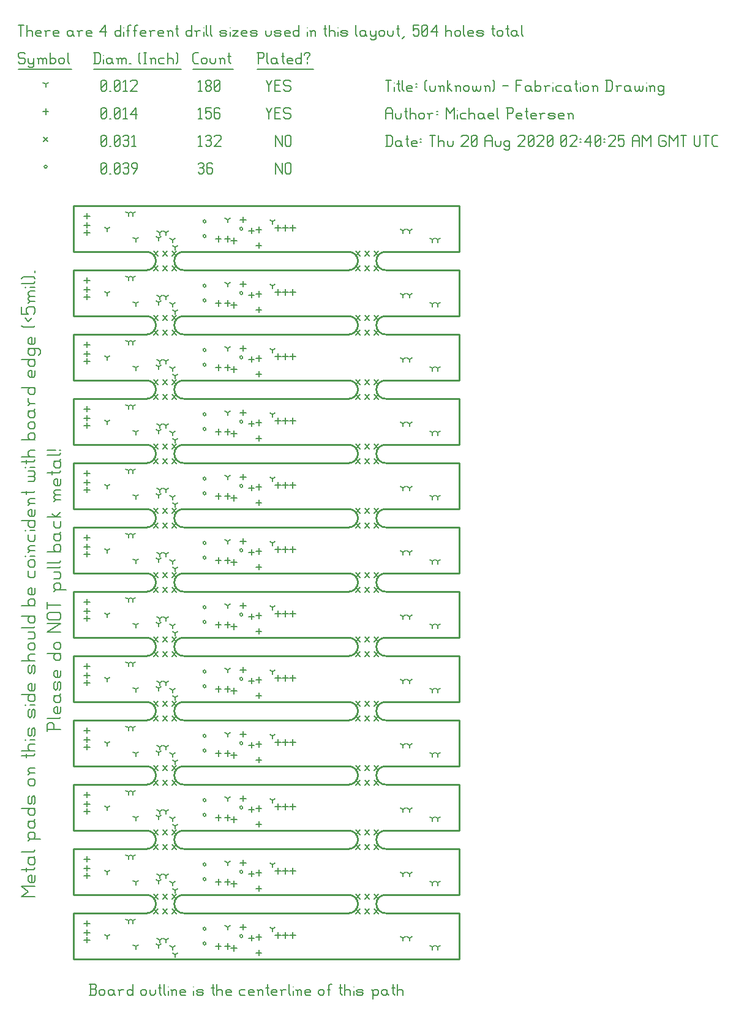
<source format=gbr>
G04 start of page 13 for group -3984 idx -3984 *
G04 Title: (unknown), fab *
G04 Creator: pcb 20140316 *
G04 CreationDate: Thu 20 Aug 2020 02:40:25 AM GMT UTC *
G04 For: railfan *
G04 Format: Gerber/RS-274X *
G04 PCB-Dimensions (mil): 2500.00 4300.00 *
G04 PCB-Coordinate-Origin: lower left *
%MOIN*%
%FSLAX25Y25*%
%LNFAB*%
%ADD87C,0.0093*%
%ADD86C,0.0074*%
%ADD85C,0.0100*%
%ADD84C,0.0075*%
%ADD83C,0.0060*%
%ADD82R,0.0080X0.0080*%
G54D82*X120700Y407500D02*G75*G03X122300Y407500I800J0D01*G01*
G75*G03X120700Y407500I-800J0D01*G01*
X100700Y411500D02*G75*G03X102300Y411500I800J0D01*G01*
G75*G03X100700Y411500I-800J0D01*G01*
Y403500D02*G75*G03X102300Y403500I800J0D01*G01*
G75*G03X100700Y403500I-800J0D01*G01*
X120700Y372500D02*G75*G03X122300Y372500I800J0D01*G01*
G75*G03X120700Y372500I-800J0D01*G01*
X100700Y376500D02*G75*G03X102300Y376500I800J0D01*G01*
G75*G03X100700Y376500I-800J0D01*G01*
Y368500D02*G75*G03X102300Y368500I800J0D01*G01*
G75*G03X100700Y368500I-800J0D01*G01*
X120700Y337500D02*G75*G03X122300Y337500I800J0D01*G01*
G75*G03X120700Y337500I-800J0D01*G01*
X100700Y341500D02*G75*G03X102300Y341500I800J0D01*G01*
G75*G03X100700Y341500I-800J0D01*G01*
Y333500D02*G75*G03X102300Y333500I800J0D01*G01*
G75*G03X100700Y333500I-800J0D01*G01*
X120700Y302500D02*G75*G03X122300Y302500I800J0D01*G01*
G75*G03X120700Y302500I-800J0D01*G01*
X100700Y306500D02*G75*G03X102300Y306500I800J0D01*G01*
G75*G03X100700Y306500I-800J0D01*G01*
Y298500D02*G75*G03X102300Y298500I800J0D01*G01*
G75*G03X100700Y298500I-800J0D01*G01*
X120700Y267500D02*G75*G03X122300Y267500I800J0D01*G01*
G75*G03X120700Y267500I-800J0D01*G01*
X100700Y271500D02*G75*G03X102300Y271500I800J0D01*G01*
G75*G03X100700Y271500I-800J0D01*G01*
Y263500D02*G75*G03X102300Y263500I800J0D01*G01*
G75*G03X100700Y263500I-800J0D01*G01*
X120700Y232500D02*G75*G03X122300Y232500I800J0D01*G01*
G75*G03X120700Y232500I-800J0D01*G01*
X100700Y236500D02*G75*G03X102300Y236500I800J0D01*G01*
G75*G03X100700Y236500I-800J0D01*G01*
Y228500D02*G75*G03X102300Y228500I800J0D01*G01*
G75*G03X100700Y228500I-800J0D01*G01*
X120700Y197500D02*G75*G03X122300Y197500I800J0D01*G01*
G75*G03X120700Y197500I-800J0D01*G01*
X100700Y201500D02*G75*G03X102300Y201500I800J0D01*G01*
G75*G03X100700Y201500I-800J0D01*G01*
Y193500D02*G75*G03X102300Y193500I800J0D01*G01*
G75*G03X100700Y193500I-800J0D01*G01*
X120700Y162500D02*G75*G03X122300Y162500I800J0D01*G01*
G75*G03X120700Y162500I-800J0D01*G01*
X100700Y166500D02*G75*G03X102300Y166500I800J0D01*G01*
G75*G03X100700Y166500I-800J0D01*G01*
Y158500D02*G75*G03X102300Y158500I800J0D01*G01*
G75*G03X100700Y158500I-800J0D01*G01*
X120700Y127500D02*G75*G03X122300Y127500I800J0D01*G01*
G75*G03X120700Y127500I-800J0D01*G01*
X100700Y131500D02*G75*G03X102300Y131500I800J0D01*G01*
G75*G03X100700Y131500I-800J0D01*G01*
Y123500D02*G75*G03X102300Y123500I800J0D01*G01*
G75*G03X100700Y123500I-800J0D01*G01*
X120700Y92500D02*G75*G03X122300Y92500I800J0D01*G01*
G75*G03X120700Y92500I-800J0D01*G01*
X100700Y96500D02*G75*G03X102300Y96500I800J0D01*G01*
G75*G03X100700Y96500I-800J0D01*G01*
Y88500D02*G75*G03X102300Y88500I800J0D01*G01*
G75*G03X100700Y88500I-800J0D01*G01*
X120700Y57500D02*G75*G03X122300Y57500I800J0D01*G01*
G75*G03X120700Y57500I-800J0D01*G01*
X100700Y61500D02*G75*G03X102300Y61500I800J0D01*G01*
G75*G03X100700Y61500I-800J0D01*G01*
Y53500D02*G75*G03X102300Y53500I800J0D01*G01*
G75*G03X100700Y53500I-800J0D01*G01*
X120700Y22500D02*G75*G03X122300Y22500I800J0D01*G01*
G75*G03X120700Y22500I-800J0D01*G01*
X100700Y26500D02*G75*G03X102300Y26500I800J0D01*G01*
G75*G03X100700Y26500I-800J0D01*G01*
Y18500D02*G75*G03X102300Y18500I800J0D01*G01*
G75*G03X100700Y18500I-800J0D01*G01*
X14200Y441250D02*G75*G03X15800Y441250I800J0D01*G01*
G75*G03X14200Y441250I-800J0D01*G01*
G54D83*X140000Y443500D02*Y437500D01*
Y443500D02*X143750Y437500D01*
Y443500D02*Y437500D01*
X145550Y442750D02*Y438250D01*
Y442750D02*X146300Y443500D01*
X147800D01*
X148550Y442750D01*
Y438250D01*
X147800Y437500D02*X148550Y438250D01*
X146300Y437500D02*X147800D01*
X145550Y438250D02*X146300Y437500D01*
X98000Y442750D02*X98750Y443500D01*
X100250D01*
X101000Y442750D01*
X100250Y437500D02*X101000Y438250D01*
X98750Y437500D02*X100250D01*
X98000Y438250D02*X98750Y437500D01*
Y440800D02*X100250D01*
X101000Y442750D02*Y441550D01*
Y440050D02*Y438250D01*
Y440050D02*X100250Y440800D01*
X101000Y441550D02*X100250Y440800D01*
X105050Y443500D02*X105800Y442750D01*
X103550Y443500D02*X105050D01*
X102800Y442750D02*X103550Y443500D01*
X102800Y442750D02*Y438250D01*
X103550Y437500D01*
X105050Y440800D02*X105800Y440050D01*
X102800Y440800D02*X105050D01*
X103550Y437500D02*X105050D01*
X105800Y438250D01*
Y440050D02*Y438250D01*
X45000D02*X45750Y437500D01*
X45000Y442750D02*Y438250D01*
Y442750D02*X45750Y443500D01*
X47250D01*
X48000Y442750D01*
Y438250D01*
X47250Y437500D02*X48000Y438250D01*
X45750Y437500D02*X47250D01*
X45000Y439000D02*X48000Y442000D01*
X49800Y437500D02*X50550D01*
X52350Y438250D02*X53100Y437500D01*
X52350Y442750D02*Y438250D01*
Y442750D02*X53100Y443500D01*
X54600D01*
X55350Y442750D01*
Y438250D01*
X54600Y437500D02*X55350Y438250D01*
X53100Y437500D02*X54600D01*
X52350Y439000D02*X55350Y442000D01*
X57150Y442750D02*X57900Y443500D01*
X59400D01*
X60150Y442750D01*
X59400Y437500D02*X60150Y438250D01*
X57900Y437500D02*X59400D01*
X57150Y438250D02*X57900Y437500D01*
Y440800D02*X59400D01*
X60150Y442750D02*Y441550D01*
Y440050D02*Y438250D01*
Y440050D02*X59400Y440800D01*
X60150Y441550D02*X59400Y440800D01*
X62700Y437500D02*X64950Y440500D01*
Y442750D02*Y440500D01*
X64200Y443500D02*X64950Y442750D01*
X62700Y443500D02*X64200D01*
X61950Y442750D02*X62700Y443500D01*
X61950Y442750D02*Y441250D01*
X62700Y440500D01*
X64950D01*
X183800Y45200D02*X186200Y42800D01*
X183800D02*X186200Y45200D01*
X188800D02*X191200Y42800D01*
X188800D02*X191200Y45200D01*
X193800D02*X196200Y42800D01*
X193800D02*X196200Y45200D01*
X188800Y37200D02*X191200Y34800D01*
X188800D02*X191200Y37200D01*
X183800D02*X186200Y34800D01*
X183800D02*X186200Y37200D01*
X193800D02*X196200Y34800D01*
X193800D02*X196200Y37200D01*
X73800Y45200D02*X76200Y42800D01*
X73800D02*X76200Y45200D01*
X78800D02*X81200Y42800D01*
X78800D02*X81200Y45200D01*
X83800D02*X86200Y42800D01*
X83800D02*X86200Y45200D01*
X78800Y37200D02*X81200Y34800D01*
X78800D02*X81200Y37200D01*
X73800D02*X76200Y34800D01*
X73800D02*X76200Y37200D01*
X83800D02*X86200Y34800D01*
X83800D02*X86200Y37200D01*
X183800Y80200D02*X186200Y77800D01*
X183800D02*X186200Y80200D01*
X188800D02*X191200Y77800D01*
X188800D02*X191200Y80200D01*
X193800D02*X196200Y77800D01*
X193800D02*X196200Y80200D01*
X188800Y72200D02*X191200Y69800D01*
X188800D02*X191200Y72200D01*
X183800D02*X186200Y69800D01*
X183800D02*X186200Y72200D01*
X193800D02*X196200Y69800D01*
X193800D02*X196200Y72200D01*
X73800Y80200D02*X76200Y77800D01*
X73800D02*X76200Y80200D01*
X78800D02*X81200Y77800D01*
X78800D02*X81200Y80200D01*
X83800D02*X86200Y77800D01*
X83800D02*X86200Y80200D01*
X78800Y72200D02*X81200Y69800D01*
X78800D02*X81200Y72200D01*
X73800D02*X76200Y69800D01*
X73800D02*X76200Y72200D01*
X83800D02*X86200Y69800D01*
X83800D02*X86200Y72200D01*
X183800Y115200D02*X186200Y112800D01*
X183800D02*X186200Y115200D01*
X188800D02*X191200Y112800D01*
X188800D02*X191200Y115200D01*
X193800D02*X196200Y112800D01*
X193800D02*X196200Y115200D01*
X188800Y107200D02*X191200Y104800D01*
X188800D02*X191200Y107200D01*
X183800D02*X186200Y104800D01*
X183800D02*X186200Y107200D01*
X193800D02*X196200Y104800D01*
X193800D02*X196200Y107200D01*
X73800Y115200D02*X76200Y112800D01*
X73800D02*X76200Y115200D01*
X78800D02*X81200Y112800D01*
X78800D02*X81200Y115200D01*
X83800D02*X86200Y112800D01*
X83800D02*X86200Y115200D01*
X78800Y107200D02*X81200Y104800D01*
X78800D02*X81200Y107200D01*
X73800D02*X76200Y104800D01*
X73800D02*X76200Y107200D01*
X83800D02*X86200Y104800D01*
X83800D02*X86200Y107200D01*
X183800Y150200D02*X186200Y147800D01*
X183800D02*X186200Y150200D01*
X188800D02*X191200Y147800D01*
X188800D02*X191200Y150200D01*
X193800D02*X196200Y147800D01*
X193800D02*X196200Y150200D01*
X188800Y142200D02*X191200Y139800D01*
X188800D02*X191200Y142200D01*
X183800D02*X186200Y139800D01*
X183800D02*X186200Y142200D01*
X193800D02*X196200Y139800D01*
X193800D02*X196200Y142200D01*
X73800Y150200D02*X76200Y147800D01*
X73800D02*X76200Y150200D01*
X78800D02*X81200Y147800D01*
X78800D02*X81200Y150200D01*
X83800D02*X86200Y147800D01*
X83800D02*X86200Y150200D01*
X78800Y142200D02*X81200Y139800D01*
X78800D02*X81200Y142200D01*
X73800D02*X76200Y139800D01*
X73800D02*X76200Y142200D01*
X83800D02*X86200Y139800D01*
X83800D02*X86200Y142200D01*
X183800Y185200D02*X186200Y182800D01*
X183800D02*X186200Y185200D01*
X188800D02*X191200Y182800D01*
X188800D02*X191200Y185200D01*
X193800D02*X196200Y182800D01*
X193800D02*X196200Y185200D01*
X188800Y177200D02*X191200Y174800D01*
X188800D02*X191200Y177200D01*
X183800D02*X186200Y174800D01*
X183800D02*X186200Y177200D01*
X193800D02*X196200Y174800D01*
X193800D02*X196200Y177200D01*
X73800Y185200D02*X76200Y182800D01*
X73800D02*X76200Y185200D01*
X78800D02*X81200Y182800D01*
X78800D02*X81200Y185200D01*
X83800D02*X86200Y182800D01*
X83800D02*X86200Y185200D01*
X78800Y177200D02*X81200Y174800D01*
X78800D02*X81200Y177200D01*
X73800D02*X76200Y174800D01*
X73800D02*X76200Y177200D01*
X83800D02*X86200Y174800D01*
X83800D02*X86200Y177200D01*
X183800Y220200D02*X186200Y217800D01*
X183800D02*X186200Y220200D01*
X188800D02*X191200Y217800D01*
X188800D02*X191200Y220200D01*
X193800D02*X196200Y217800D01*
X193800D02*X196200Y220200D01*
X188800Y212200D02*X191200Y209800D01*
X188800D02*X191200Y212200D01*
X183800D02*X186200Y209800D01*
X183800D02*X186200Y212200D01*
X193800D02*X196200Y209800D01*
X193800D02*X196200Y212200D01*
X73800Y220200D02*X76200Y217800D01*
X73800D02*X76200Y220200D01*
X78800D02*X81200Y217800D01*
X78800D02*X81200Y220200D01*
X83800D02*X86200Y217800D01*
X83800D02*X86200Y220200D01*
X78800Y212200D02*X81200Y209800D01*
X78800D02*X81200Y212200D01*
X73800D02*X76200Y209800D01*
X73800D02*X76200Y212200D01*
X83800D02*X86200Y209800D01*
X83800D02*X86200Y212200D01*
X183800Y255200D02*X186200Y252800D01*
X183800D02*X186200Y255200D01*
X188800D02*X191200Y252800D01*
X188800D02*X191200Y255200D01*
X193800D02*X196200Y252800D01*
X193800D02*X196200Y255200D01*
X188800Y247200D02*X191200Y244800D01*
X188800D02*X191200Y247200D01*
X183800D02*X186200Y244800D01*
X183800D02*X186200Y247200D01*
X193800D02*X196200Y244800D01*
X193800D02*X196200Y247200D01*
X73800Y255200D02*X76200Y252800D01*
X73800D02*X76200Y255200D01*
X78800D02*X81200Y252800D01*
X78800D02*X81200Y255200D01*
X83800D02*X86200Y252800D01*
X83800D02*X86200Y255200D01*
X78800Y247200D02*X81200Y244800D01*
X78800D02*X81200Y247200D01*
X73800D02*X76200Y244800D01*
X73800D02*X76200Y247200D01*
X83800D02*X86200Y244800D01*
X83800D02*X86200Y247200D01*
X183800Y290200D02*X186200Y287800D01*
X183800D02*X186200Y290200D01*
X188800D02*X191200Y287800D01*
X188800D02*X191200Y290200D01*
X193800D02*X196200Y287800D01*
X193800D02*X196200Y290200D01*
X188800Y282200D02*X191200Y279800D01*
X188800D02*X191200Y282200D01*
X183800D02*X186200Y279800D01*
X183800D02*X186200Y282200D01*
X193800D02*X196200Y279800D01*
X193800D02*X196200Y282200D01*
X73800Y290200D02*X76200Y287800D01*
X73800D02*X76200Y290200D01*
X78800D02*X81200Y287800D01*
X78800D02*X81200Y290200D01*
X83800D02*X86200Y287800D01*
X83800D02*X86200Y290200D01*
X78800Y282200D02*X81200Y279800D01*
X78800D02*X81200Y282200D01*
X73800D02*X76200Y279800D01*
X73800D02*X76200Y282200D01*
X83800D02*X86200Y279800D01*
X83800D02*X86200Y282200D01*
X183800Y325200D02*X186200Y322800D01*
X183800D02*X186200Y325200D01*
X188800D02*X191200Y322800D01*
X188800D02*X191200Y325200D01*
X193800D02*X196200Y322800D01*
X193800D02*X196200Y325200D01*
X188800Y317200D02*X191200Y314800D01*
X188800D02*X191200Y317200D01*
X183800D02*X186200Y314800D01*
X183800D02*X186200Y317200D01*
X193800D02*X196200Y314800D01*
X193800D02*X196200Y317200D01*
X73800Y325200D02*X76200Y322800D01*
X73800D02*X76200Y325200D01*
X78800D02*X81200Y322800D01*
X78800D02*X81200Y325200D01*
X83800D02*X86200Y322800D01*
X83800D02*X86200Y325200D01*
X78800Y317200D02*X81200Y314800D01*
X78800D02*X81200Y317200D01*
X73800D02*X76200Y314800D01*
X73800D02*X76200Y317200D01*
X83800D02*X86200Y314800D01*
X83800D02*X86200Y317200D01*
X183800Y360200D02*X186200Y357800D01*
X183800D02*X186200Y360200D01*
X188800D02*X191200Y357800D01*
X188800D02*X191200Y360200D01*
X193800D02*X196200Y357800D01*
X193800D02*X196200Y360200D01*
X188800Y352200D02*X191200Y349800D01*
X188800D02*X191200Y352200D01*
X183800D02*X186200Y349800D01*
X183800D02*X186200Y352200D01*
X193800D02*X196200Y349800D01*
X193800D02*X196200Y352200D01*
X73800Y360200D02*X76200Y357800D01*
X73800D02*X76200Y360200D01*
X78800D02*X81200Y357800D01*
X78800D02*X81200Y360200D01*
X83800D02*X86200Y357800D01*
X83800D02*X86200Y360200D01*
X78800Y352200D02*X81200Y349800D01*
X78800D02*X81200Y352200D01*
X73800D02*X76200Y349800D01*
X73800D02*X76200Y352200D01*
X83800D02*X86200Y349800D01*
X83800D02*X86200Y352200D01*
X183800Y395200D02*X186200Y392800D01*
X183800D02*X186200Y395200D01*
X188800D02*X191200Y392800D01*
X188800D02*X191200Y395200D01*
X193800D02*X196200Y392800D01*
X193800D02*X196200Y395200D01*
X188800Y387200D02*X191200Y384800D01*
X188800D02*X191200Y387200D01*
X183800D02*X186200Y384800D01*
X183800D02*X186200Y387200D01*
X193800D02*X196200Y384800D01*
X193800D02*X196200Y387200D01*
X73800Y395200D02*X76200Y392800D01*
X73800D02*X76200Y395200D01*
X78800D02*X81200Y392800D01*
X78800D02*X81200Y395200D01*
X83800D02*X86200Y392800D01*
X83800D02*X86200Y395200D01*
X78800Y387200D02*X81200Y384800D01*
X78800D02*X81200Y387200D01*
X73800D02*X76200Y384800D01*
X73800D02*X76200Y387200D01*
X83800D02*X86200Y384800D01*
X83800D02*X86200Y387200D01*
X13800Y457450D02*X16200Y455050D01*
X13800D02*X16200Y457450D01*
X140000Y458500D02*Y452500D01*
Y458500D02*X143750Y452500D01*
Y458500D02*Y452500D01*
X145550Y457750D02*Y453250D01*
Y457750D02*X146300Y458500D01*
X147800D01*
X148550Y457750D01*
Y453250D01*
X147800Y452500D02*X148550Y453250D01*
X146300Y452500D02*X147800D01*
X145550Y453250D02*X146300Y452500D01*
X98000Y457300D02*X99200Y458500D01*
Y452500D01*
X98000D02*X100250D01*
X102050Y457750D02*X102800Y458500D01*
X104300D01*
X105050Y457750D01*
X104300Y452500D02*X105050Y453250D01*
X102800Y452500D02*X104300D01*
X102050Y453250D02*X102800Y452500D01*
Y455800D02*X104300D01*
X105050Y457750D02*Y456550D01*
Y455050D02*Y453250D01*
Y455050D02*X104300Y455800D01*
X105050Y456550D02*X104300Y455800D01*
X106850Y457750D02*X107600Y458500D01*
X109850D01*
X110600Y457750D01*
Y456250D01*
X106850Y452500D02*X110600Y456250D01*
X106850Y452500D02*X110600D01*
X45000Y453250D02*X45750Y452500D01*
X45000Y457750D02*Y453250D01*
Y457750D02*X45750Y458500D01*
X47250D01*
X48000Y457750D01*
Y453250D01*
X47250Y452500D02*X48000Y453250D01*
X45750Y452500D02*X47250D01*
X45000Y454000D02*X48000Y457000D01*
X49800Y452500D02*X50550D01*
X52350Y453250D02*X53100Y452500D01*
X52350Y457750D02*Y453250D01*
Y457750D02*X53100Y458500D01*
X54600D01*
X55350Y457750D01*
Y453250D01*
X54600Y452500D02*X55350Y453250D01*
X53100Y452500D02*X54600D01*
X52350Y454000D02*X55350Y457000D01*
X57150Y457750D02*X57900Y458500D01*
X59400D01*
X60150Y457750D01*
X59400Y452500D02*X60150Y453250D01*
X57900Y452500D02*X59400D01*
X57150Y453250D02*X57900Y452500D01*
Y455800D02*X59400D01*
X60150Y457750D02*Y456550D01*
Y455050D02*Y453250D01*
Y455050D02*X59400Y455800D01*
X60150Y456550D02*X59400Y455800D01*
X61950Y457300D02*X63150Y458500D01*
Y452500D01*
X61950D02*X64200D01*
X37500Y416100D02*Y412900D01*
X35900Y414500D02*X39100D01*
X37500Y407100D02*Y403900D01*
X35900Y405500D02*X39100D01*
X37500Y411100D02*Y407900D01*
X35900Y409500D02*X39100D01*
X109000Y403600D02*Y400400D01*
X107400Y402000D02*X110600D01*
X114000Y403600D02*Y400400D01*
X112400Y402000D02*X115600D01*
X117500Y402600D02*Y399400D01*
X115900Y401000D02*X119100D01*
X131000Y400100D02*Y396900D01*
X129400Y398500D02*X132600D01*
X131000Y408600D02*Y405400D01*
X129400Y407000D02*X132600D01*
X127000Y408100D02*Y404900D01*
X125400Y406500D02*X128600D01*
X122500Y414100D02*Y410900D01*
X120900Y412500D02*X124100D01*
X145500Y409600D02*Y406400D01*
X143900Y408000D02*X147100D01*
X149500Y409600D02*Y406400D01*
X147900Y408000D02*X151100D01*
X141500Y409600D02*Y406400D01*
X139900Y408000D02*X143100D01*
X37500Y381100D02*Y377900D01*
X35900Y379500D02*X39100D01*
X37500Y372100D02*Y368900D01*
X35900Y370500D02*X39100D01*
X37500Y376100D02*Y372900D01*
X35900Y374500D02*X39100D01*
X109000Y368600D02*Y365400D01*
X107400Y367000D02*X110600D01*
X114000Y368600D02*Y365400D01*
X112400Y367000D02*X115600D01*
X117500Y367600D02*Y364400D01*
X115900Y366000D02*X119100D01*
X131000Y365100D02*Y361900D01*
X129400Y363500D02*X132600D01*
X131000Y373600D02*Y370400D01*
X129400Y372000D02*X132600D01*
X127000Y373100D02*Y369900D01*
X125400Y371500D02*X128600D01*
X122500Y379100D02*Y375900D01*
X120900Y377500D02*X124100D01*
X145500Y374600D02*Y371400D01*
X143900Y373000D02*X147100D01*
X149500Y374600D02*Y371400D01*
X147900Y373000D02*X151100D01*
X141500Y374600D02*Y371400D01*
X139900Y373000D02*X143100D01*
X37500Y346100D02*Y342900D01*
X35900Y344500D02*X39100D01*
X37500Y337100D02*Y333900D01*
X35900Y335500D02*X39100D01*
X37500Y341100D02*Y337900D01*
X35900Y339500D02*X39100D01*
X109000Y333600D02*Y330400D01*
X107400Y332000D02*X110600D01*
X114000Y333600D02*Y330400D01*
X112400Y332000D02*X115600D01*
X117500Y332600D02*Y329400D01*
X115900Y331000D02*X119100D01*
X131000Y330100D02*Y326900D01*
X129400Y328500D02*X132600D01*
X131000Y338600D02*Y335400D01*
X129400Y337000D02*X132600D01*
X127000Y338100D02*Y334900D01*
X125400Y336500D02*X128600D01*
X122500Y344100D02*Y340900D01*
X120900Y342500D02*X124100D01*
X145500Y339600D02*Y336400D01*
X143900Y338000D02*X147100D01*
X149500Y339600D02*Y336400D01*
X147900Y338000D02*X151100D01*
X141500Y339600D02*Y336400D01*
X139900Y338000D02*X143100D01*
X37500Y311100D02*Y307900D01*
X35900Y309500D02*X39100D01*
X37500Y302100D02*Y298900D01*
X35900Y300500D02*X39100D01*
X37500Y306100D02*Y302900D01*
X35900Y304500D02*X39100D01*
X109000Y298600D02*Y295400D01*
X107400Y297000D02*X110600D01*
X114000Y298600D02*Y295400D01*
X112400Y297000D02*X115600D01*
X117500Y297600D02*Y294400D01*
X115900Y296000D02*X119100D01*
X131000Y295100D02*Y291900D01*
X129400Y293500D02*X132600D01*
X131000Y303600D02*Y300400D01*
X129400Y302000D02*X132600D01*
X127000Y303100D02*Y299900D01*
X125400Y301500D02*X128600D01*
X122500Y309100D02*Y305900D01*
X120900Y307500D02*X124100D01*
X145500Y304600D02*Y301400D01*
X143900Y303000D02*X147100D01*
X149500Y304600D02*Y301400D01*
X147900Y303000D02*X151100D01*
X141500Y304600D02*Y301400D01*
X139900Y303000D02*X143100D01*
X37500Y276100D02*Y272900D01*
X35900Y274500D02*X39100D01*
X37500Y267100D02*Y263900D01*
X35900Y265500D02*X39100D01*
X37500Y271100D02*Y267900D01*
X35900Y269500D02*X39100D01*
X109000Y263600D02*Y260400D01*
X107400Y262000D02*X110600D01*
X114000Y263600D02*Y260400D01*
X112400Y262000D02*X115600D01*
X117500Y262600D02*Y259400D01*
X115900Y261000D02*X119100D01*
X131000Y260100D02*Y256900D01*
X129400Y258500D02*X132600D01*
X131000Y268600D02*Y265400D01*
X129400Y267000D02*X132600D01*
X127000Y268100D02*Y264900D01*
X125400Y266500D02*X128600D01*
X122500Y274100D02*Y270900D01*
X120900Y272500D02*X124100D01*
X145500Y269600D02*Y266400D01*
X143900Y268000D02*X147100D01*
X149500Y269600D02*Y266400D01*
X147900Y268000D02*X151100D01*
X141500Y269600D02*Y266400D01*
X139900Y268000D02*X143100D01*
X37500Y241100D02*Y237900D01*
X35900Y239500D02*X39100D01*
X37500Y232100D02*Y228900D01*
X35900Y230500D02*X39100D01*
X37500Y236100D02*Y232900D01*
X35900Y234500D02*X39100D01*
X109000Y228600D02*Y225400D01*
X107400Y227000D02*X110600D01*
X114000Y228600D02*Y225400D01*
X112400Y227000D02*X115600D01*
X117500Y227600D02*Y224400D01*
X115900Y226000D02*X119100D01*
X131000Y225100D02*Y221900D01*
X129400Y223500D02*X132600D01*
X131000Y233600D02*Y230400D01*
X129400Y232000D02*X132600D01*
X127000Y233100D02*Y229900D01*
X125400Y231500D02*X128600D01*
X122500Y239100D02*Y235900D01*
X120900Y237500D02*X124100D01*
X145500Y234600D02*Y231400D01*
X143900Y233000D02*X147100D01*
X149500Y234600D02*Y231400D01*
X147900Y233000D02*X151100D01*
X141500Y234600D02*Y231400D01*
X139900Y233000D02*X143100D01*
X37500Y206100D02*Y202900D01*
X35900Y204500D02*X39100D01*
X37500Y197100D02*Y193900D01*
X35900Y195500D02*X39100D01*
X37500Y201100D02*Y197900D01*
X35900Y199500D02*X39100D01*
X109000Y193600D02*Y190400D01*
X107400Y192000D02*X110600D01*
X114000Y193600D02*Y190400D01*
X112400Y192000D02*X115600D01*
X117500Y192600D02*Y189400D01*
X115900Y191000D02*X119100D01*
X131000Y190100D02*Y186900D01*
X129400Y188500D02*X132600D01*
X131000Y198600D02*Y195400D01*
X129400Y197000D02*X132600D01*
X127000Y198100D02*Y194900D01*
X125400Y196500D02*X128600D01*
X122500Y204100D02*Y200900D01*
X120900Y202500D02*X124100D01*
X145500Y199600D02*Y196400D01*
X143900Y198000D02*X147100D01*
X149500Y199600D02*Y196400D01*
X147900Y198000D02*X151100D01*
X141500Y199600D02*Y196400D01*
X139900Y198000D02*X143100D01*
X37500Y171100D02*Y167900D01*
X35900Y169500D02*X39100D01*
X37500Y162100D02*Y158900D01*
X35900Y160500D02*X39100D01*
X37500Y166100D02*Y162900D01*
X35900Y164500D02*X39100D01*
X109000Y158600D02*Y155400D01*
X107400Y157000D02*X110600D01*
X114000Y158600D02*Y155400D01*
X112400Y157000D02*X115600D01*
X117500Y157600D02*Y154400D01*
X115900Y156000D02*X119100D01*
X131000Y155100D02*Y151900D01*
X129400Y153500D02*X132600D01*
X131000Y163600D02*Y160400D01*
X129400Y162000D02*X132600D01*
X127000Y163100D02*Y159900D01*
X125400Y161500D02*X128600D01*
X122500Y169100D02*Y165900D01*
X120900Y167500D02*X124100D01*
X145500Y164600D02*Y161400D01*
X143900Y163000D02*X147100D01*
X149500Y164600D02*Y161400D01*
X147900Y163000D02*X151100D01*
X141500Y164600D02*Y161400D01*
X139900Y163000D02*X143100D01*
X37500Y136100D02*Y132900D01*
X35900Y134500D02*X39100D01*
X37500Y127100D02*Y123900D01*
X35900Y125500D02*X39100D01*
X37500Y131100D02*Y127900D01*
X35900Y129500D02*X39100D01*
X109000Y123600D02*Y120400D01*
X107400Y122000D02*X110600D01*
X114000Y123600D02*Y120400D01*
X112400Y122000D02*X115600D01*
X117500Y122600D02*Y119400D01*
X115900Y121000D02*X119100D01*
X131000Y120100D02*Y116900D01*
X129400Y118500D02*X132600D01*
X131000Y128600D02*Y125400D01*
X129400Y127000D02*X132600D01*
X127000Y128100D02*Y124900D01*
X125400Y126500D02*X128600D01*
X122500Y134100D02*Y130900D01*
X120900Y132500D02*X124100D01*
X145500Y129600D02*Y126400D01*
X143900Y128000D02*X147100D01*
X149500Y129600D02*Y126400D01*
X147900Y128000D02*X151100D01*
X141500Y129600D02*Y126400D01*
X139900Y128000D02*X143100D01*
X37500Y101100D02*Y97900D01*
X35900Y99500D02*X39100D01*
X37500Y92100D02*Y88900D01*
X35900Y90500D02*X39100D01*
X37500Y96100D02*Y92900D01*
X35900Y94500D02*X39100D01*
X109000Y88600D02*Y85400D01*
X107400Y87000D02*X110600D01*
X114000Y88600D02*Y85400D01*
X112400Y87000D02*X115600D01*
X117500Y87600D02*Y84400D01*
X115900Y86000D02*X119100D01*
X131000Y85100D02*Y81900D01*
X129400Y83500D02*X132600D01*
X131000Y93600D02*Y90400D01*
X129400Y92000D02*X132600D01*
X127000Y93100D02*Y89900D01*
X125400Y91500D02*X128600D01*
X122500Y99100D02*Y95900D01*
X120900Y97500D02*X124100D01*
X145500Y94600D02*Y91400D01*
X143900Y93000D02*X147100D01*
X149500Y94600D02*Y91400D01*
X147900Y93000D02*X151100D01*
X141500Y94600D02*Y91400D01*
X139900Y93000D02*X143100D01*
X37500Y66100D02*Y62900D01*
X35900Y64500D02*X39100D01*
X37500Y57100D02*Y53900D01*
X35900Y55500D02*X39100D01*
X37500Y61100D02*Y57900D01*
X35900Y59500D02*X39100D01*
X109000Y53600D02*Y50400D01*
X107400Y52000D02*X110600D01*
X114000Y53600D02*Y50400D01*
X112400Y52000D02*X115600D01*
X117500Y52600D02*Y49400D01*
X115900Y51000D02*X119100D01*
X131000Y50100D02*Y46900D01*
X129400Y48500D02*X132600D01*
X131000Y58600D02*Y55400D01*
X129400Y57000D02*X132600D01*
X127000Y58100D02*Y54900D01*
X125400Y56500D02*X128600D01*
X122500Y64100D02*Y60900D01*
X120900Y62500D02*X124100D01*
X145500Y59600D02*Y56400D01*
X143900Y58000D02*X147100D01*
X149500Y59600D02*Y56400D01*
X147900Y58000D02*X151100D01*
X141500Y59600D02*Y56400D01*
X139900Y58000D02*X143100D01*
X37500Y31100D02*Y27900D01*
X35900Y29500D02*X39100D01*
X37500Y22100D02*Y18900D01*
X35900Y20500D02*X39100D01*
X37500Y26100D02*Y22900D01*
X35900Y24500D02*X39100D01*
X109000Y18600D02*Y15400D01*
X107400Y17000D02*X110600D01*
X114000Y18600D02*Y15400D01*
X112400Y17000D02*X115600D01*
X117500Y17600D02*Y14400D01*
X115900Y16000D02*X119100D01*
X131000Y15100D02*Y11900D01*
X129400Y13500D02*X132600D01*
X131000Y23600D02*Y20400D01*
X129400Y22000D02*X132600D01*
X127000Y23100D02*Y19900D01*
X125400Y21500D02*X128600D01*
X122500Y29100D02*Y25900D01*
X120900Y27500D02*X124100D01*
X145500Y24600D02*Y21400D01*
X143900Y23000D02*X147100D01*
X149500Y24600D02*Y21400D01*
X147900Y23000D02*X151100D01*
X141500Y24600D02*Y21400D01*
X139900Y23000D02*X143100D01*
X15000Y472850D02*Y469650D01*
X13400Y471250D02*X16600D01*
X135000Y473500D02*X136500Y470500D01*
X138000Y473500D01*
X136500Y470500D02*Y467500D01*
X139800Y470800D02*X142050D01*
X139800Y467500D02*X142800D01*
X139800Y473500D02*Y467500D01*
Y473500D02*X142800D01*
X147600D02*X148350Y472750D01*
X145350Y473500D02*X147600D01*
X144600Y472750D02*X145350Y473500D01*
X144600Y472750D02*Y471250D01*
X145350Y470500D01*
X147600D01*
X148350Y469750D01*
Y468250D01*
X147600Y467500D02*X148350Y468250D01*
X145350Y467500D02*X147600D01*
X144600Y468250D02*X145350Y467500D01*
X98000Y472300D02*X99200Y473500D01*
Y467500D01*
X98000D02*X100250D01*
X102050Y473500D02*X105050D01*
X102050D02*Y470500D01*
X102800Y471250D01*
X104300D01*
X105050Y470500D01*
Y468250D01*
X104300Y467500D02*X105050Y468250D01*
X102800Y467500D02*X104300D01*
X102050Y468250D02*X102800Y467500D01*
X109100Y473500D02*X109850Y472750D01*
X107600Y473500D02*X109100D01*
X106850Y472750D02*X107600Y473500D01*
X106850Y472750D02*Y468250D01*
X107600Y467500D01*
X109100Y470800D02*X109850Y470050D01*
X106850Y470800D02*X109100D01*
X107600Y467500D02*X109100D01*
X109850Y468250D01*
Y470050D02*Y468250D01*
X45000D02*X45750Y467500D01*
X45000Y472750D02*Y468250D01*
Y472750D02*X45750Y473500D01*
X47250D01*
X48000Y472750D01*
Y468250D01*
X47250Y467500D02*X48000Y468250D01*
X45750Y467500D02*X47250D01*
X45000Y469000D02*X48000Y472000D01*
X49800Y467500D02*X50550D01*
X52350Y468250D02*X53100Y467500D01*
X52350Y472750D02*Y468250D01*
Y472750D02*X53100Y473500D01*
X54600D01*
X55350Y472750D01*
Y468250D01*
X54600Y467500D02*X55350Y468250D01*
X53100Y467500D02*X54600D01*
X52350Y469000D02*X55350Y472000D01*
X57150Y472300D02*X58350Y473500D01*
Y467500D01*
X57150D02*X59400D01*
X61200Y469750D02*X64200Y473500D01*
X61200Y469750D02*X64950D01*
X64200Y473500D02*Y467500D01*
X48500Y407500D02*Y405900D01*
Y407500D02*X49887Y408300D01*
X48500Y407500D02*X47113Y408300D01*
X64000Y402000D02*Y400400D01*
Y402000D02*X65387Y402800D01*
X64000Y402000D02*X62613Y402800D01*
X60000Y416000D02*Y414400D01*
Y416000D02*X61387Y416800D01*
X60000Y416000D02*X58613Y416800D01*
X62500Y416000D02*Y414400D01*
Y416000D02*X63887Y416800D01*
X62500Y416000D02*X61113Y416800D01*
X138500Y411500D02*Y409900D01*
Y411500D02*X139887Y412300D01*
X138500Y411500D02*X137113Y412300D01*
X225500Y401594D02*Y399994D01*
Y401594D02*X226887Y402394D01*
X225500Y401594D02*X224113Y402394D01*
X228500Y401594D02*Y399994D01*
Y401594D02*X229887Y402394D01*
X228500Y401594D02*X227113Y402394D01*
X213000Y406500D02*Y404900D01*
Y406500D02*X214387Y407300D01*
X213000Y406500D02*X211613Y407300D01*
X209500Y406500D02*Y404900D01*
Y406500D02*X210887Y407300D01*
X209500Y406500D02*X208113Y407300D01*
X114000Y412500D02*Y410900D01*
Y412500D02*X115387Y413300D01*
X114000Y412500D02*X112613Y413300D01*
X85500Y397500D02*Y395900D01*
Y397500D02*X86887Y398300D01*
X85500Y397500D02*X84113Y398300D01*
X84000Y401500D02*Y399900D01*
Y401500D02*X85387Y402300D01*
X84000Y401500D02*X82613Y402300D01*
X76500Y402500D02*Y400900D01*
Y402500D02*X77887Y403300D01*
X76500Y402500D02*X75113Y403300D01*
X77000Y405500D02*Y403900D01*
Y405500D02*X78387Y406300D01*
X77000Y405500D02*X75613Y406300D01*
X80500Y405500D02*Y403900D01*
Y405500D02*X81887Y406300D01*
X80500Y405500D02*X79113Y406300D01*
X48500Y372500D02*Y370900D01*
Y372500D02*X49887Y373300D01*
X48500Y372500D02*X47113Y373300D01*
X64000Y367000D02*Y365400D01*
Y367000D02*X65387Y367800D01*
X64000Y367000D02*X62613Y367800D01*
X60000Y381000D02*Y379400D01*
Y381000D02*X61387Y381800D01*
X60000Y381000D02*X58613Y381800D01*
X62500Y381000D02*Y379400D01*
Y381000D02*X63887Y381800D01*
X62500Y381000D02*X61113Y381800D01*
X138500Y376500D02*Y374900D01*
Y376500D02*X139887Y377300D01*
X138500Y376500D02*X137113Y377300D01*
X225500Y366594D02*Y364994D01*
Y366594D02*X226887Y367394D01*
X225500Y366594D02*X224113Y367394D01*
X228500Y366594D02*Y364994D01*
Y366594D02*X229887Y367394D01*
X228500Y366594D02*X227113Y367394D01*
X213000Y371500D02*Y369900D01*
Y371500D02*X214387Y372300D01*
X213000Y371500D02*X211613Y372300D01*
X209500Y371500D02*Y369900D01*
Y371500D02*X210887Y372300D01*
X209500Y371500D02*X208113Y372300D01*
X114000Y377500D02*Y375900D01*
Y377500D02*X115387Y378300D01*
X114000Y377500D02*X112613Y378300D01*
X85500Y362500D02*Y360900D01*
Y362500D02*X86887Y363300D01*
X85500Y362500D02*X84113Y363300D01*
X84000Y366500D02*Y364900D01*
Y366500D02*X85387Y367300D01*
X84000Y366500D02*X82613Y367300D01*
X76500Y367500D02*Y365900D01*
Y367500D02*X77887Y368300D01*
X76500Y367500D02*X75113Y368300D01*
X77000Y370500D02*Y368900D01*
Y370500D02*X78387Y371300D01*
X77000Y370500D02*X75613Y371300D01*
X80500Y370500D02*Y368900D01*
Y370500D02*X81887Y371300D01*
X80500Y370500D02*X79113Y371300D01*
X48500Y337500D02*Y335900D01*
Y337500D02*X49887Y338300D01*
X48500Y337500D02*X47113Y338300D01*
X64000Y332000D02*Y330400D01*
Y332000D02*X65387Y332800D01*
X64000Y332000D02*X62613Y332800D01*
X60000Y346000D02*Y344400D01*
Y346000D02*X61387Y346800D01*
X60000Y346000D02*X58613Y346800D01*
X62500Y346000D02*Y344400D01*
Y346000D02*X63887Y346800D01*
X62500Y346000D02*X61113Y346800D01*
X138500Y341500D02*Y339900D01*
Y341500D02*X139887Y342300D01*
X138500Y341500D02*X137113Y342300D01*
X225500Y331594D02*Y329994D01*
Y331594D02*X226887Y332394D01*
X225500Y331594D02*X224113Y332394D01*
X228500Y331594D02*Y329994D01*
Y331594D02*X229887Y332394D01*
X228500Y331594D02*X227113Y332394D01*
X213000Y336500D02*Y334900D01*
Y336500D02*X214387Y337300D01*
X213000Y336500D02*X211613Y337300D01*
X209500Y336500D02*Y334900D01*
Y336500D02*X210887Y337300D01*
X209500Y336500D02*X208113Y337300D01*
X114000Y342500D02*Y340900D01*
Y342500D02*X115387Y343300D01*
X114000Y342500D02*X112613Y343300D01*
X85500Y327500D02*Y325900D01*
Y327500D02*X86887Y328300D01*
X85500Y327500D02*X84113Y328300D01*
X84000Y331500D02*Y329900D01*
Y331500D02*X85387Y332300D01*
X84000Y331500D02*X82613Y332300D01*
X76500Y332500D02*Y330900D01*
Y332500D02*X77887Y333300D01*
X76500Y332500D02*X75113Y333300D01*
X77000Y335500D02*Y333900D01*
Y335500D02*X78387Y336300D01*
X77000Y335500D02*X75613Y336300D01*
X80500Y335500D02*Y333900D01*
Y335500D02*X81887Y336300D01*
X80500Y335500D02*X79113Y336300D01*
X48500Y302500D02*Y300900D01*
Y302500D02*X49887Y303300D01*
X48500Y302500D02*X47113Y303300D01*
X64000Y297000D02*Y295400D01*
Y297000D02*X65387Y297800D01*
X64000Y297000D02*X62613Y297800D01*
X60000Y311000D02*Y309400D01*
Y311000D02*X61387Y311800D01*
X60000Y311000D02*X58613Y311800D01*
X62500Y311000D02*Y309400D01*
Y311000D02*X63887Y311800D01*
X62500Y311000D02*X61113Y311800D01*
X138500Y306500D02*Y304900D01*
Y306500D02*X139887Y307300D01*
X138500Y306500D02*X137113Y307300D01*
X225500Y296594D02*Y294994D01*
Y296594D02*X226887Y297394D01*
X225500Y296594D02*X224113Y297394D01*
X228500Y296594D02*Y294994D01*
Y296594D02*X229887Y297394D01*
X228500Y296594D02*X227113Y297394D01*
X213000Y301500D02*Y299900D01*
Y301500D02*X214387Y302300D01*
X213000Y301500D02*X211613Y302300D01*
X209500Y301500D02*Y299900D01*
Y301500D02*X210887Y302300D01*
X209500Y301500D02*X208113Y302300D01*
X114000Y307500D02*Y305900D01*
Y307500D02*X115387Y308300D01*
X114000Y307500D02*X112613Y308300D01*
X85500Y292500D02*Y290900D01*
Y292500D02*X86887Y293300D01*
X85500Y292500D02*X84113Y293300D01*
X84000Y296500D02*Y294900D01*
Y296500D02*X85387Y297300D01*
X84000Y296500D02*X82613Y297300D01*
X76500Y297500D02*Y295900D01*
Y297500D02*X77887Y298300D01*
X76500Y297500D02*X75113Y298300D01*
X77000Y300500D02*Y298900D01*
Y300500D02*X78387Y301300D01*
X77000Y300500D02*X75613Y301300D01*
X80500Y300500D02*Y298900D01*
Y300500D02*X81887Y301300D01*
X80500Y300500D02*X79113Y301300D01*
X48500Y267500D02*Y265900D01*
Y267500D02*X49887Y268300D01*
X48500Y267500D02*X47113Y268300D01*
X64000Y262000D02*Y260400D01*
Y262000D02*X65387Y262800D01*
X64000Y262000D02*X62613Y262800D01*
X60000Y276000D02*Y274400D01*
Y276000D02*X61387Y276800D01*
X60000Y276000D02*X58613Y276800D01*
X62500Y276000D02*Y274400D01*
Y276000D02*X63887Y276800D01*
X62500Y276000D02*X61113Y276800D01*
X138500Y271500D02*Y269900D01*
Y271500D02*X139887Y272300D01*
X138500Y271500D02*X137113Y272300D01*
X225500Y261594D02*Y259994D01*
Y261594D02*X226887Y262394D01*
X225500Y261594D02*X224113Y262394D01*
X228500Y261594D02*Y259994D01*
Y261594D02*X229887Y262394D01*
X228500Y261594D02*X227113Y262394D01*
X213000Y266500D02*Y264900D01*
Y266500D02*X214387Y267300D01*
X213000Y266500D02*X211613Y267300D01*
X209500Y266500D02*Y264900D01*
Y266500D02*X210887Y267300D01*
X209500Y266500D02*X208113Y267300D01*
X114000Y272500D02*Y270900D01*
Y272500D02*X115387Y273300D01*
X114000Y272500D02*X112613Y273300D01*
X85500Y257500D02*Y255900D01*
Y257500D02*X86887Y258300D01*
X85500Y257500D02*X84113Y258300D01*
X84000Y261500D02*Y259900D01*
Y261500D02*X85387Y262300D01*
X84000Y261500D02*X82613Y262300D01*
X76500Y262500D02*Y260900D01*
Y262500D02*X77887Y263300D01*
X76500Y262500D02*X75113Y263300D01*
X77000Y265500D02*Y263900D01*
Y265500D02*X78387Y266300D01*
X77000Y265500D02*X75613Y266300D01*
X80500Y265500D02*Y263900D01*
Y265500D02*X81887Y266300D01*
X80500Y265500D02*X79113Y266300D01*
X48500Y232500D02*Y230900D01*
Y232500D02*X49887Y233300D01*
X48500Y232500D02*X47113Y233300D01*
X64000Y227000D02*Y225400D01*
Y227000D02*X65387Y227800D01*
X64000Y227000D02*X62613Y227800D01*
X60000Y241000D02*Y239400D01*
Y241000D02*X61387Y241800D01*
X60000Y241000D02*X58613Y241800D01*
X62500Y241000D02*Y239400D01*
Y241000D02*X63887Y241800D01*
X62500Y241000D02*X61113Y241800D01*
X138500Y236500D02*Y234900D01*
Y236500D02*X139887Y237300D01*
X138500Y236500D02*X137113Y237300D01*
X225500Y226594D02*Y224994D01*
Y226594D02*X226887Y227394D01*
X225500Y226594D02*X224113Y227394D01*
X228500Y226594D02*Y224994D01*
Y226594D02*X229887Y227394D01*
X228500Y226594D02*X227113Y227394D01*
X213000Y231500D02*Y229900D01*
Y231500D02*X214387Y232300D01*
X213000Y231500D02*X211613Y232300D01*
X209500Y231500D02*Y229900D01*
Y231500D02*X210887Y232300D01*
X209500Y231500D02*X208113Y232300D01*
X114000Y237500D02*Y235900D01*
Y237500D02*X115387Y238300D01*
X114000Y237500D02*X112613Y238300D01*
X85500Y222500D02*Y220900D01*
Y222500D02*X86887Y223300D01*
X85500Y222500D02*X84113Y223300D01*
X84000Y226500D02*Y224900D01*
Y226500D02*X85387Y227300D01*
X84000Y226500D02*X82613Y227300D01*
X76500Y227500D02*Y225900D01*
Y227500D02*X77887Y228300D01*
X76500Y227500D02*X75113Y228300D01*
X77000Y230500D02*Y228900D01*
Y230500D02*X78387Y231300D01*
X77000Y230500D02*X75613Y231300D01*
X80500Y230500D02*Y228900D01*
Y230500D02*X81887Y231300D01*
X80500Y230500D02*X79113Y231300D01*
X48500Y197500D02*Y195900D01*
Y197500D02*X49887Y198300D01*
X48500Y197500D02*X47113Y198300D01*
X64000Y192000D02*Y190400D01*
Y192000D02*X65387Y192800D01*
X64000Y192000D02*X62613Y192800D01*
X60000Y206000D02*Y204400D01*
Y206000D02*X61387Y206800D01*
X60000Y206000D02*X58613Y206800D01*
X62500Y206000D02*Y204400D01*
Y206000D02*X63887Y206800D01*
X62500Y206000D02*X61113Y206800D01*
X138500Y201500D02*Y199900D01*
Y201500D02*X139887Y202300D01*
X138500Y201500D02*X137113Y202300D01*
X225500Y191594D02*Y189994D01*
Y191594D02*X226887Y192394D01*
X225500Y191594D02*X224113Y192394D01*
X228500Y191594D02*Y189994D01*
Y191594D02*X229887Y192394D01*
X228500Y191594D02*X227113Y192394D01*
X213000Y196500D02*Y194900D01*
Y196500D02*X214387Y197300D01*
X213000Y196500D02*X211613Y197300D01*
X209500Y196500D02*Y194900D01*
Y196500D02*X210887Y197300D01*
X209500Y196500D02*X208113Y197300D01*
X114000Y202500D02*Y200900D01*
Y202500D02*X115387Y203300D01*
X114000Y202500D02*X112613Y203300D01*
X85500Y187500D02*Y185900D01*
Y187500D02*X86887Y188300D01*
X85500Y187500D02*X84113Y188300D01*
X84000Y191500D02*Y189900D01*
Y191500D02*X85387Y192300D01*
X84000Y191500D02*X82613Y192300D01*
X76500Y192500D02*Y190900D01*
Y192500D02*X77887Y193300D01*
X76500Y192500D02*X75113Y193300D01*
X77000Y195500D02*Y193900D01*
Y195500D02*X78387Y196300D01*
X77000Y195500D02*X75613Y196300D01*
X80500Y195500D02*Y193900D01*
Y195500D02*X81887Y196300D01*
X80500Y195500D02*X79113Y196300D01*
X48500Y162500D02*Y160900D01*
Y162500D02*X49887Y163300D01*
X48500Y162500D02*X47113Y163300D01*
X64000Y157000D02*Y155400D01*
Y157000D02*X65387Y157800D01*
X64000Y157000D02*X62613Y157800D01*
X60000Y171000D02*Y169400D01*
Y171000D02*X61387Y171800D01*
X60000Y171000D02*X58613Y171800D01*
X62500Y171000D02*Y169400D01*
Y171000D02*X63887Y171800D01*
X62500Y171000D02*X61113Y171800D01*
X138500Y166500D02*Y164900D01*
Y166500D02*X139887Y167300D01*
X138500Y166500D02*X137113Y167300D01*
X225500Y156594D02*Y154994D01*
Y156594D02*X226887Y157394D01*
X225500Y156594D02*X224113Y157394D01*
X228500Y156594D02*Y154994D01*
Y156594D02*X229887Y157394D01*
X228500Y156594D02*X227113Y157394D01*
X213000Y161500D02*Y159900D01*
Y161500D02*X214387Y162300D01*
X213000Y161500D02*X211613Y162300D01*
X209500Y161500D02*Y159900D01*
Y161500D02*X210887Y162300D01*
X209500Y161500D02*X208113Y162300D01*
X114000Y167500D02*Y165900D01*
Y167500D02*X115387Y168300D01*
X114000Y167500D02*X112613Y168300D01*
X85500Y152500D02*Y150900D01*
Y152500D02*X86887Y153300D01*
X85500Y152500D02*X84113Y153300D01*
X84000Y156500D02*Y154900D01*
Y156500D02*X85387Y157300D01*
X84000Y156500D02*X82613Y157300D01*
X76500Y157500D02*Y155900D01*
Y157500D02*X77887Y158300D01*
X76500Y157500D02*X75113Y158300D01*
X77000Y160500D02*Y158900D01*
Y160500D02*X78387Y161300D01*
X77000Y160500D02*X75613Y161300D01*
X80500Y160500D02*Y158900D01*
Y160500D02*X81887Y161300D01*
X80500Y160500D02*X79113Y161300D01*
X48500Y127500D02*Y125900D01*
Y127500D02*X49887Y128300D01*
X48500Y127500D02*X47113Y128300D01*
X64000Y122000D02*Y120400D01*
Y122000D02*X65387Y122800D01*
X64000Y122000D02*X62613Y122800D01*
X60000Y136000D02*Y134400D01*
Y136000D02*X61387Y136800D01*
X60000Y136000D02*X58613Y136800D01*
X62500Y136000D02*Y134400D01*
Y136000D02*X63887Y136800D01*
X62500Y136000D02*X61113Y136800D01*
X138500Y131500D02*Y129900D01*
Y131500D02*X139887Y132300D01*
X138500Y131500D02*X137113Y132300D01*
X225500Y121594D02*Y119994D01*
Y121594D02*X226887Y122394D01*
X225500Y121594D02*X224113Y122394D01*
X228500Y121594D02*Y119994D01*
Y121594D02*X229887Y122394D01*
X228500Y121594D02*X227113Y122394D01*
X213000Y126500D02*Y124900D01*
Y126500D02*X214387Y127300D01*
X213000Y126500D02*X211613Y127300D01*
X209500Y126500D02*Y124900D01*
Y126500D02*X210887Y127300D01*
X209500Y126500D02*X208113Y127300D01*
X114000Y132500D02*Y130900D01*
Y132500D02*X115387Y133300D01*
X114000Y132500D02*X112613Y133300D01*
X85500Y117500D02*Y115900D01*
Y117500D02*X86887Y118300D01*
X85500Y117500D02*X84113Y118300D01*
X84000Y121500D02*Y119900D01*
Y121500D02*X85387Y122300D01*
X84000Y121500D02*X82613Y122300D01*
X76500Y122500D02*Y120900D01*
Y122500D02*X77887Y123300D01*
X76500Y122500D02*X75113Y123300D01*
X77000Y125500D02*Y123900D01*
Y125500D02*X78387Y126300D01*
X77000Y125500D02*X75613Y126300D01*
X80500Y125500D02*Y123900D01*
Y125500D02*X81887Y126300D01*
X80500Y125500D02*X79113Y126300D01*
X48500Y92500D02*Y90900D01*
Y92500D02*X49887Y93300D01*
X48500Y92500D02*X47113Y93300D01*
X64000Y87000D02*Y85400D01*
Y87000D02*X65387Y87800D01*
X64000Y87000D02*X62613Y87800D01*
X60000Y101000D02*Y99400D01*
Y101000D02*X61387Y101800D01*
X60000Y101000D02*X58613Y101800D01*
X62500Y101000D02*Y99400D01*
Y101000D02*X63887Y101800D01*
X62500Y101000D02*X61113Y101800D01*
X138500Y96500D02*Y94900D01*
Y96500D02*X139887Y97300D01*
X138500Y96500D02*X137113Y97300D01*
X225500Y86594D02*Y84994D01*
Y86594D02*X226887Y87394D01*
X225500Y86594D02*X224113Y87394D01*
X228500Y86594D02*Y84994D01*
Y86594D02*X229887Y87394D01*
X228500Y86594D02*X227113Y87394D01*
X213000Y91500D02*Y89900D01*
Y91500D02*X214387Y92300D01*
X213000Y91500D02*X211613Y92300D01*
X209500Y91500D02*Y89900D01*
Y91500D02*X210887Y92300D01*
X209500Y91500D02*X208113Y92300D01*
X114000Y97500D02*Y95900D01*
Y97500D02*X115387Y98300D01*
X114000Y97500D02*X112613Y98300D01*
X85500Y82500D02*Y80900D01*
Y82500D02*X86887Y83300D01*
X85500Y82500D02*X84113Y83300D01*
X84000Y86500D02*Y84900D01*
Y86500D02*X85387Y87300D01*
X84000Y86500D02*X82613Y87300D01*
X76500Y87500D02*Y85900D01*
Y87500D02*X77887Y88300D01*
X76500Y87500D02*X75113Y88300D01*
X77000Y90500D02*Y88900D01*
Y90500D02*X78387Y91300D01*
X77000Y90500D02*X75613Y91300D01*
X80500Y90500D02*Y88900D01*
Y90500D02*X81887Y91300D01*
X80500Y90500D02*X79113Y91300D01*
X48500Y57500D02*Y55900D01*
Y57500D02*X49887Y58300D01*
X48500Y57500D02*X47113Y58300D01*
X64000Y52000D02*Y50400D01*
Y52000D02*X65387Y52800D01*
X64000Y52000D02*X62613Y52800D01*
X60000Y66000D02*Y64400D01*
Y66000D02*X61387Y66800D01*
X60000Y66000D02*X58613Y66800D01*
X62500Y66000D02*Y64400D01*
Y66000D02*X63887Y66800D01*
X62500Y66000D02*X61113Y66800D01*
X138500Y61500D02*Y59900D01*
Y61500D02*X139887Y62300D01*
X138500Y61500D02*X137113Y62300D01*
X225500Y51594D02*Y49994D01*
Y51594D02*X226887Y52394D01*
X225500Y51594D02*X224113Y52394D01*
X228500Y51594D02*Y49994D01*
Y51594D02*X229887Y52394D01*
X228500Y51594D02*X227113Y52394D01*
X213000Y56500D02*Y54900D01*
Y56500D02*X214387Y57300D01*
X213000Y56500D02*X211613Y57300D01*
X209500Y56500D02*Y54900D01*
Y56500D02*X210887Y57300D01*
X209500Y56500D02*X208113Y57300D01*
X114000Y62500D02*Y60900D01*
Y62500D02*X115387Y63300D01*
X114000Y62500D02*X112613Y63300D01*
X85500Y47500D02*Y45900D01*
Y47500D02*X86887Y48300D01*
X85500Y47500D02*X84113Y48300D01*
X84000Y51500D02*Y49900D01*
Y51500D02*X85387Y52300D01*
X84000Y51500D02*X82613Y52300D01*
X76500Y52500D02*Y50900D01*
Y52500D02*X77887Y53300D01*
X76500Y52500D02*X75113Y53300D01*
X77000Y55500D02*Y53900D01*
Y55500D02*X78387Y56300D01*
X77000Y55500D02*X75613Y56300D01*
X80500Y55500D02*Y53900D01*
Y55500D02*X81887Y56300D01*
X80500Y55500D02*X79113Y56300D01*
X48500Y22500D02*Y20900D01*
Y22500D02*X49887Y23300D01*
X48500Y22500D02*X47113Y23300D01*
X64000Y17000D02*Y15400D01*
Y17000D02*X65387Y17800D01*
X64000Y17000D02*X62613Y17800D01*
X60000Y31000D02*Y29400D01*
Y31000D02*X61387Y31800D01*
X60000Y31000D02*X58613Y31800D01*
X62500Y31000D02*Y29400D01*
Y31000D02*X63887Y31800D01*
X62500Y31000D02*X61113Y31800D01*
X138500Y26500D02*Y24900D01*
Y26500D02*X139887Y27300D01*
X138500Y26500D02*X137113Y27300D01*
X225500Y16594D02*Y14994D01*
Y16594D02*X226887Y17394D01*
X225500Y16594D02*X224113Y17394D01*
X228500Y16594D02*Y14994D01*
Y16594D02*X229887Y17394D01*
X228500Y16594D02*X227113Y17394D01*
X213000Y21500D02*Y19900D01*
Y21500D02*X214387Y22300D01*
X213000Y21500D02*X211613Y22300D01*
X209500Y21500D02*Y19900D01*
Y21500D02*X210887Y22300D01*
X209500Y21500D02*X208113Y22300D01*
X114000Y27500D02*Y25900D01*
Y27500D02*X115387Y28300D01*
X114000Y27500D02*X112613Y28300D01*
X85500Y12500D02*Y10900D01*
Y12500D02*X86887Y13300D01*
X85500Y12500D02*X84113Y13300D01*
X84000Y16500D02*Y14900D01*
Y16500D02*X85387Y17300D01*
X84000Y16500D02*X82613Y17300D01*
X76500Y17500D02*Y15900D01*
Y17500D02*X77887Y18300D01*
X76500Y17500D02*X75113Y18300D01*
X77000Y20500D02*Y18900D01*
Y20500D02*X78387Y21300D01*
X77000Y20500D02*X75613Y21300D01*
X80500Y20500D02*Y18900D01*
Y20500D02*X81887Y21300D01*
X80500Y20500D02*X79113Y21300D01*
X15000Y486250D02*Y484650D01*
Y486250D02*X16387Y487050D01*
X15000Y486250D02*X13613Y487050D01*
X135000Y488500D02*X136500Y485500D01*
X138000Y488500D01*
X136500Y485500D02*Y482500D01*
X139800Y485800D02*X142050D01*
X139800Y482500D02*X142800D01*
X139800Y488500D02*Y482500D01*
Y488500D02*X142800D01*
X147600D02*X148350Y487750D01*
X145350Y488500D02*X147600D01*
X144600Y487750D02*X145350Y488500D01*
X144600Y487750D02*Y486250D01*
X145350Y485500D01*
X147600D01*
X148350Y484750D01*
Y483250D01*
X147600Y482500D02*X148350Y483250D01*
X145350Y482500D02*X147600D01*
X144600Y483250D02*X145350Y482500D01*
X98000Y487300D02*X99200Y488500D01*
Y482500D01*
X98000D02*X100250D01*
X102050Y483250D02*X102800Y482500D01*
X102050Y484450D02*Y483250D01*
Y484450D02*X103100Y485500D01*
X104000D01*
X105050Y484450D01*
Y483250D01*
X104300Y482500D02*X105050Y483250D01*
X102800Y482500D02*X104300D01*
X102050Y486550D02*X103100Y485500D01*
X102050Y487750D02*Y486550D01*
Y487750D02*X102800Y488500D01*
X104300D01*
X105050Y487750D01*
Y486550D01*
X104000Y485500D02*X105050Y486550D01*
X106850Y483250D02*X107600Y482500D01*
X106850Y487750D02*Y483250D01*
Y487750D02*X107600Y488500D01*
X109100D01*
X109850Y487750D01*
Y483250D01*
X109100Y482500D02*X109850Y483250D01*
X107600Y482500D02*X109100D01*
X106850Y484000D02*X109850Y487000D01*
X45000Y483250D02*X45750Y482500D01*
X45000Y487750D02*Y483250D01*
Y487750D02*X45750Y488500D01*
X47250D01*
X48000Y487750D01*
Y483250D01*
X47250Y482500D02*X48000Y483250D01*
X45750Y482500D02*X47250D01*
X45000Y484000D02*X48000Y487000D01*
X49800Y482500D02*X50550D01*
X52350Y483250D02*X53100Y482500D01*
X52350Y487750D02*Y483250D01*
Y487750D02*X53100Y488500D01*
X54600D01*
X55350Y487750D01*
Y483250D01*
X54600Y482500D02*X55350Y483250D01*
X53100Y482500D02*X54600D01*
X52350Y484000D02*X55350Y487000D01*
X57150Y487300D02*X58350Y488500D01*
Y482500D01*
X57150D02*X59400D01*
X61200Y487750D02*X61950Y488500D01*
X64200D01*
X64950Y487750D01*
Y486250D01*
X61200Y482500D02*X64950Y486250D01*
X61200Y482500D02*X64950D01*
X3000Y503500D02*X3750Y502750D01*
X750Y503500D02*X3000D01*
X0Y502750D02*X750Y503500D01*
X0Y502750D02*Y501250D01*
X750Y500500D01*
X3000D01*
X3750Y499750D01*
Y498250D01*
X3000Y497500D02*X3750Y498250D01*
X750Y497500D02*X3000D01*
X0Y498250D02*X750Y497500D01*
X5550Y500500D02*Y498250D01*
X6300Y497500D01*
X8550Y500500D02*Y496000D01*
X7800Y495250D02*X8550Y496000D01*
X6300Y495250D02*X7800D01*
X5550Y496000D02*X6300Y495250D01*
Y497500D02*X7800D01*
X8550Y498250D01*
X11100Y499750D02*Y497500D01*
Y499750D02*X11850Y500500D01*
X12600D01*
X13350Y499750D01*
Y497500D01*
Y499750D02*X14100Y500500D01*
X14850D01*
X15600Y499750D01*
Y497500D01*
X10350Y500500D02*X11100Y499750D01*
X17400Y503500D02*Y497500D01*
Y498250D02*X18150Y497500D01*
X19650D01*
X20400Y498250D01*
Y499750D02*Y498250D01*
X19650Y500500D02*X20400Y499750D01*
X18150Y500500D02*X19650D01*
X17400Y499750D02*X18150Y500500D01*
X22200Y499750D02*Y498250D01*
Y499750D02*X22950Y500500D01*
X24450D01*
X25200Y499750D01*
Y498250D01*
X24450Y497500D02*X25200Y498250D01*
X22950Y497500D02*X24450D01*
X22200Y498250D02*X22950Y497500D01*
X27000Y503500D02*Y498250D01*
X27750Y497500D01*
X0Y494250D02*X29250D01*
X41750Y503500D02*Y497500D01*
X43700Y503500D02*X44750Y502450D01*
Y498550D01*
X43700Y497500D02*X44750Y498550D01*
X41000Y497500D02*X43700D01*
X41000Y503500D02*X43700D01*
G54D84*X46550Y502000D02*Y501850D01*
G54D83*Y499750D02*Y497500D01*
X50300Y500500D02*X51050Y499750D01*
X48800Y500500D02*X50300D01*
X48050Y499750D02*X48800Y500500D01*
X48050Y499750D02*Y498250D01*
X48800Y497500D01*
X51050Y500500D02*Y498250D01*
X51800Y497500D01*
X48800D02*X50300D01*
X51050Y498250D01*
X54350Y499750D02*Y497500D01*
Y499750D02*X55100Y500500D01*
X55850D01*
X56600Y499750D01*
Y497500D01*
Y499750D02*X57350Y500500D01*
X58100D01*
X58850Y499750D01*
Y497500D01*
X53600Y500500D02*X54350Y499750D01*
X60650Y497500D02*X61400D01*
X65900Y498250D02*X66650Y497500D01*
X65900Y502750D02*X66650Y503500D01*
X65900Y502750D02*Y498250D01*
X68450Y503500D02*X69950D01*
X69200D02*Y497500D01*
X68450D02*X69950D01*
X72500Y499750D02*Y497500D01*
Y499750D02*X73250Y500500D01*
X74000D01*
X74750Y499750D01*
Y497500D01*
X71750Y500500D02*X72500Y499750D01*
X77300Y500500D02*X79550D01*
X76550Y499750D02*X77300Y500500D01*
X76550Y499750D02*Y498250D01*
X77300Y497500D01*
X79550D01*
X81350Y503500D02*Y497500D01*
Y499750D02*X82100Y500500D01*
X83600D01*
X84350Y499750D01*
Y497500D01*
X86150Y503500D02*X86900Y502750D01*
Y498250D01*
X86150Y497500D02*X86900Y498250D01*
X41000Y494250D02*X88700D01*
X96050Y497500D02*X98000D01*
X95000Y498550D02*X96050Y497500D01*
X95000Y502450D02*Y498550D01*
Y502450D02*X96050Y503500D01*
X98000D01*
X99800Y499750D02*Y498250D01*
Y499750D02*X100550Y500500D01*
X102050D01*
X102800Y499750D01*
Y498250D01*
X102050Y497500D02*X102800Y498250D01*
X100550Y497500D02*X102050D01*
X99800Y498250D02*X100550Y497500D01*
X104600Y500500D02*Y498250D01*
X105350Y497500D01*
X106850D01*
X107600Y498250D01*
Y500500D02*Y498250D01*
X110150Y499750D02*Y497500D01*
Y499750D02*X110900Y500500D01*
X111650D01*
X112400Y499750D01*
Y497500D01*
X109400Y500500D02*X110150Y499750D01*
X114950Y503500D02*Y498250D01*
X115700Y497500D01*
X114200Y501250D02*X115700D01*
X95000Y494250D02*X117200D01*
X130750Y503500D02*Y497500D01*
X130000Y503500D02*X133000D01*
X133750Y502750D01*
Y501250D01*
X133000Y500500D02*X133750Y501250D01*
X130750Y500500D02*X133000D01*
X135550Y503500D02*Y498250D01*
X136300Y497500D01*
X140050Y500500D02*X140800Y499750D01*
X138550Y500500D02*X140050D01*
X137800Y499750D02*X138550Y500500D01*
X137800Y499750D02*Y498250D01*
X138550Y497500D01*
X140800Y500500D02*Y498250D01*
X141550Y497500D01*
X138550D02*X140050D01*
X140800Y498250D01*
X144100Y503500D02*Y498250D01*
X144850Y497500D01*
X143350Y501250D02*X144850D01*
X147100Y497500D02*X149350D01*
X146350Y498250D02*X147100Y497500D01*
X146350Y499750D02*Y498250D01*
Y499750D02*X147100Y500500D01*
X148600D01*
X149350Y499750D01*
X146350Y499000D02*X149350D01*
Y499750D02*Y499000D01*
X154150Y503500D02*Y497500D01*
X153400D02*X154150Y498250D01*
X151900Y497500D02*X153400D01*
X151150Y498250D02*X151900Y497500D01*
X151150Y499750D02*Y498250D01*
Y499750D02*X151900Y500500D01*
X153400D01*
X154150Y499750D01*
X157450Y500500D02*Y499750D01*
Y498250D02*Y497500D01*
X155950Y502750D02*Y502000D01*
Y502750D02*X156700Y503500D01*
X158200D01*
X158950Y502750D01*
Y502000D01*
X157450Y500500D02*X158950Y502000D01*
X130000Y494250D02*X160750D01*
X0Y518500D02*X3000D01*
X1500D02*Y512500D01*
X4800Y518500D02*Y512500D01*
Y514750D02*X5550Y515500D01*
X7050D01*
X7800Y514750D01*
Y512500D01*
X10350D02*X12600D01*
X9600Y513250D02*X10350Y512500D01*
X9600Y514750D02*Y513250D01*
Y514750D02*X10350Y515500D01*
X11850D01*
X12600Y514750D01*
X9600Y514000D02*X12600D01*
Y514750D02*Y514000D01*
X15150Y514750D02*Y512500D01*
Y514750D02*X15900Y515500D01*
X17400D01*
X14400D02*X15150Y514750D01*
X19950Y512500D02*X22200D01*
X19200Y513250D02*X19950Y512500D01*
X19200Y514750D02*Y513250D01*
Y514750D02*X19950Y515500D01*
X21450D01*
X22200Y514750D01*
X19200Y514000D02*X22200D01*
Y514750D02*Y514000D01*
X28950Y515500D02*X29700Y514750D01*
X27450Y515500D02*X28950D01*
X26700Y514750D02*X27450Y515500D01*
X26700Y514750D02*Y513250D01*
X27450Y512500D01*
X29700Y515500D02*Y513250D01*
X30450Y512500D01*
X27450D02*X28950D01*
X29700Y513250D01*
X33000Y514750D02*Y512500D01*
Y514750D02*X33750Y515500D01*
X35250D01*
X32250D02*X33000Y514750D01*
X37800Y512500D02*X40050D01*
X37050Y513250D02*X37800Y512500D01*
X37050Y514750D02*Y513250D01*
Y514750D02*X37800Y515500D01*
X39300D01*
X40050Y514750D01*
X37050Y514000D02*X40050D01*
Y514750D02*Y514000D01*
X44550Y514750D02*X47550Y518500D01*
X44550Y514750D02*X48300D01*
X47550Y518500D02*Y512500D01*
X55800Y518500D02*Y512500D01*
X55050D02*X55800Y513250D01*
X53550Y512500D02*X55050D01*
X52800Y513250D02*X53550Y512500D01*
X52800Y514750D02*Y513250D01*
Y514750D02*X53550Y515500D01*
X55050D01*
X55800Y514750D01*
G54D84*X57600Y517000D02*Y516850D01*
G54D83*Y514750D02*Y512500D01*
X59850Y517750D02*Y512500D01*
Y517750D02*X60600Y518500D01*
X61350D01*
X59100Y515500D02*X60600D01*
X63600Y517750D02*Y512500D01*
Y517750D02*X64350Y518500D01*
X65100D01*
X62850Y515500D02*X64350D01*
X67350Y512500D02*X69600D01*
X66600Y513250D02*X67350Y512500D01*
X66600Y514750D02*Y513250D01*
Y514750D02*X67350Y515500D01*
X68850D01*
X69600Y514750D01*
X66600Y514000D02*X69600D01*
Y514750D02*Y514000D01*
X72150Y514750D02*Y512500D01*
Y514750D02*X72900Y515500D01*
X74400D01*
X71400D02*X72150Y514750D01*
X76950Y512500D02*X79200D01*
X76200Y513250D02*X76950Y512500D01*
X76200Y514750D02*Y513250D01*
Y514750D02*X76950Y515500D01*
X78450D01*
X79200Y514750D01*
X76200Y514000D02*X79200D01*
Y514750D02*Y514000D01*
X81750Y514750D02*Y512500D01*
Y514750D02*X82500Y515500D01*
X83250D01*
X84000Y514750D01*
Y512500D01*
X81000Y515500D02*X81750Y514750D01*
X86550Y518500D02*Y513250D01*
X87300Y512500D01*
X85800Y516250D02*X87300D01*
X94500Y518500D02*Y512500D01*
X93750D02*X94500Y513250D01*
X92250Y512500D02*X93750D01*
X91500Y513250D02*X92250Y512500D01*
X91500Y514750D02*Y513250D01*
Y514750D02*X92250Y515500D01*
X93750D01*
X94500Y514750D01*
X97050D02*Y512500D01*
Y514750D02*X97800Y515500D01*
X99300D01*
X96300D02*X97050Y514750D01*
G54D84*X101100Y517000D02*Y516850D01*
G54D83*Y514750D02*Y512500D01*
X102600Y518500D02*Y513250D01*
X103350Y512500D01*
X104850Y518500D02*Y513250D01*
X105600Y512500D01*
X110550D02*X112800D01*
X113550Y513250D01*
X112800Y514000D02*X113550Y513250D01*
X110550Y514000D02*X112800D01*
X109800Y514750D02*X110550Y514000D01*
X109800Y514750D02*X110550Y515500D01*
X112800D01*
X113550Y514750D01*
X109800Y513250D02*X110550Y512500D01*
G54D84*X115350Y517000D02*Y516850D01*
G54D83*Y514750D02*Y512500D01*
X116850Y515500D02*X119850D01*
X116850Y512500D02*X119850Y515500D01*
X116850Y512500D02*X119850D01*
X122400D02*X124650D01*
X121650Y513250D02*X122400Y512500D01*
X121650Y514750D02*Y513250D01*
Y514750D02*X122400Y515500D01*
X123900D01*
X124650Y514750D01*
X121650Y514000D02*X124650D01*
Y514750D02*Y514000D01*
X127200Y512500D02*X129450D01*
X130200Y513250D01*
X129450Y514000D02*X130200Y513250D01*
X127200Y514000D02*X129450D01*
X126450Y514750D02*X127200Y514000D01*
X126450Y514750D02*X127200Y515500D01*
X129450D01*
X130200Y514750D01*
X126450Y513250D02*X127200Y512500D01*
X134700Y515500D02*Y513250D01*
X135450Y512500D01*
X136950D01*
X137700Y513250D01*
Y515500D02*Y513250D01*
X140250Y512500D02*X142500D01*
X143250Y513250D01*
X142500Y514000D02*X143250Y513250D01*
X140250Y514000D02*X142500D01*
X139500Y514750D02*X140250Y514000D01*
X139500Y514750D02*X140250Y515500D01*
X142500D01*
X143250Y514750D01*
X139500Y513250D02*X140250Y512500D01*
X145800D02*X148050D01*
X145050Y513250D02*X145800Y512500D01*
X145050Y514750D02*Y513250D01*
Y514750D02*X145800Y515500D01*
X147300D01*
X148050Y514750D01*
X145050Y514000D02*X148050D01*
Y514750D02*Y514000D01*
X152850Y518500D02*Y512500D01*
X152100D02*X152850Y513250D01*
X150600Y512500D02*X152100D01*
X149850Y513250D02*X150600Y512500D01*
X149850Y514750D02*Y513250D01*
Y514750D02*X150600Y515500D01*
X152100D01*
X152850Y514750D01*
G54D84*X157350Y517000D02*Y516850D01*
G54D83*Y514750D02*Y512500D01*
X159600Y514750D02*Y512500D01*
Y514750D02*X160350Y515500D01*
X161100D01*
X161850Y514750D01*
Y512500D01*
X158850Y515500D02*X159600Y514750D01*
X167100Y518500D02*Y513250D01*
X167850Y512500D01*
X166350Y516250D02*X167850D01*
X169350Y518500D02*Y512500D01*
Y514750D02*X170100Y515500D01*
X171600D01*
X172350Y514750D01*
Y512500D01*
G54D84*X174150Y517000D02*Y516850D01*
G54D83*Y514750D02*Y512500D01*
X176400D02*X178650D01*
X179400Y513250D01*
X178650Y514000D02*X179400Y513250D01*
X176400Y514000D02*X178650D01*
X175650Y514750D02*X176400Y514000D01*
X175650Y514750D02*X176400Y515500D01*
X178650D01*
X179400Y514750D01*
X175650Y513250D02*X176400Y512500D01*
X183900Y518500D02*Y513250D01*
X184650Y512500D01*
X188400Y515500D02*X189150Y514750D01*
X186900Y515500D02*X188400D01*
X186150Y514750D02*X186900Y515500D01*
X186150Y514750D02*Y513250D01*
X186900Y512500D01*
X189150Y515500D02*Y513250D01*
X189900Y512500D01*
X186900D02*X188400D01*
X189150Y513250D01*
X191700Y515500D02*Y513250D01*
X192450Y512500D01*
X194700Y515500D02*Y511000D01*
X193950Y510250D02*X194700Y511000D01*
X192450Y510250D02*X193950D01*
X191700Y511000D02*X192450Y510250D01*
Y512500D02*X193950D01*
X194700Y513250D01*
X196500Y514750D02*Y513250D01*
Y514750D02*X197250Y515500D01*
X198750D01*
X199500Y514750D01*
Y513250D01*
X198750Y512500D02*X199500Y513250D01*
X197250Y512500D02*X198750D01*
X196500Y513250D02*X197250Y512500D01*
X201300Y515500D02*Y513250D01*
X202050Y512500D01*
X203550D01*
X204300Y513250D01*
Y515500D02*Y513250D01*
X206850Y518500D02*Y513250D01*
X207600Y512500D01*
X206100Y516250D02*X207600D01*
X209100Y511000D02*X210600Y512500D01*
X215100Y518500D02*X218100D01*
X215100D02*Y515500D01*
X215850Y516250D01*
X217350D01*
X218100Y515500D01*
Y513250D01*
X217350Y512500D02*X218100Y513250D01*
X215850Y512500D02*X217350D01*
X215100Y513250D02*X215850Y512500D01*
X219900Y513250D02*X220650Y512500D01*
X219900Y517750D02*Y513250D01*
Y517750D02*X220650Y518500D01*
X222150D01*
X222900Y517750D01*
Y513250D01*
X222150Y512500D02*X222900Y513250D01*
X220650Y512500D02*X222150D01*
X219900Y514000D02*X222900Y517000D01*
X224700Y514750D02*X227700Y518500D01*
X224700Y514750D02*X228450D01*
X227700Y518500D02*Y512500D01*
X232950Y518500D02*Y512500D01*
Y514750D02*X233700Y515500D01*
X235200D01*
X235950Y514750D01*
Y512500D01*
X237750Y514750D02*Y513250D01*
Y514750D02*X238500Y515500D01*
X240000D01*
X240750Y514750D01*
Y513250D01*
X240000Y512500D02*X240750Y513250D01*
X238500Y512500D02*X240000D01*
X237750Y513250D02*X238500Y512500D01*
X242550Y518500D02*Y513250D01*
X243300Y512500D01*
X245550D02*X247800D01*
X244800Y513250D02*X245550Y512500D01*
X244800Y514750D02*Y513250D01*
Y514750D02*X245550Y515500D01*
X247050D01*
X247800Y514750D01*
X244800Y514000D02*X247800D01*
Y514750D02*Y514000D01*
X250350Y512500D02*X252600D01*
X253350Y513250D01*
X252600Y514000D02*X253350Y513250D01*
X250350Y514000D02*X252600D01*
X249600Y514750D02*X250350Y514000D01*
X249600Y514750D02*X250350Y515500D01*
X252600D01*
X253350Y514750D01*
X249600Y513250D02*X250350Y512500D01*
X258600Y518500D02*Y513250D01*
X259350Y512500D01*
X257850Y516250D02*X259350D01*
X260850Y514750D02*Y513250D01*
Y514750D02*X261600Y515500D01*
X263100D01*
X263850Y514750D01*
Y513250D01*
X263100Y512500D02*X263850Y513250D01*
X261600Y512500D02*X263100D01*
X260850Y513250D02*X261600Y512500D01*
X266400Y518500D02*Y513250D01*
X267150Y512500D01*
X265650Y516250D02*X267150D01*
X270900Y515500D02*X271650Y514750D01*
X269400Y515500D02*X270900D01*
X268650Y514750D02*X269400Y515500D01*
X268650Y514750D02*Y513250D01*
X269400Y512500D01*
X271650Y515500D02*Y513250D01*
X272400Y512500D01*
X269400D02*X270900D01*
X271650Y513250D01*
X274200Y518500D02*Y513250D01*
X274950Y512500D01*
G54D85*X30000Y395000D02*Y420000D01*
X240000D02*Y395000D01*
X30000Y420000D02*X240000D01*
X30000Y360000D02*Y385000D01*
X240000D02*Y360000D01*
X30000Y395000D02*X70000D01*
Y385000D02*X30000D01*
X90000Y395000D02*X180000D01*
Y385000D02*X90000D01*
X240000Y395000D02*X200000D01*
Y385000D02*X240000D01*
X30000Y325000D02*Y350000D01*
X240000D02*Y325000D01*
X30000Y360000D02*X70000D01*
Y350000D02*X30000D01*
X90000Y360000D02*X180000D01*
Y350000D02*X90000D01*
X240000Y360000D02*X200000D01*
Y350000D02*X240000D01*
X30000Y290000D02*Y315000D01*
X240000D02*Y290000D01*
X30000Y325000D02*X70000D01*
Y315000D02*X30000D01*
X90000Y325000D02*X180000D01*
Y315000D02*X90000D01*
X240000Y325000D02*X200000D01*
Y315000D02*X240000D01*
X30000Y255000D02*Y280000D01*
X240000D02*Y255000D01*
X30000Y290000D02*X70000D01*
Y280000D02*X30000D01*
X90000Y290000D02*X180000D01*
Y280000D02*X90000D01*
X240000Y290000D02*X200000D01*
Y280000D02*X240000D01*
X30000Y220000D02*Y245000D01*
X240000D02*Y220000D01*
X30000Y255000D02*X70000D01*
Y245000D02*X30000D01*
X90000Y255000D02*X180000D01*
Y245000D02*X90000D01*
X240000Y255000D02*X200000D01*
Y245000D02*X240000D01*
X30000Y185000D02*Y210000D01*
X240000D02*Y185000D01*
X30000Y220000D02*X70000D01*
Y210000D02*X30000D01*
X90000Y220000D02*X180000D01*
Y210000D02*X90000D01*
X240000Y220000D02*X200000D01*
Y210000D02*X240000D01*
X30000Y150000D02*Y175000D01*
X240000D02*Y150000D01*
X30000Y185000D02*X70000D01*
Y175000D02*X30000D01*
X90000Y185000D02*X180000D01*
Y175000D02*X90000D01*
X240000Y185000D02*X200000D01*
Y175000D02*X240000D01*
X30000Y115000D02*Y140000D01*
X240000D02*Y115000D01*
X30000Y150000D02*X70000D01*
Y140000D02*X30000D01*
X90000Y150000D02*X180000D01*
Y140000D02*X90000D01*
X240000Y150000D02*X200000D01*
Y140000D02*X240000D01*
X30000Y80000D02*Y105000D01*
X240000D02*Y80000D01*
X30000Y115000D02*X70000D01*
Y105000D02*X30000D01*
X90000Y115000D02*X180000D01*
Y105000D02*X90000D01*
X240000Y115000D02*X200000D01*
Y105000D02*X240000D01*
X30000Y45000D02*Y70000D01*
X240000D02*Y45000D01*
X30000Y80000D02*X70000D01*
Y70000D02*X30000D01*
X90000Y80000D02*X180000D01*
Y70000D02*X90000D01*
X240000Y80000D02*X200000D01*
Y70000D02*X240000D01*
X30000Y10000D02*Y35000D01*
X240000D02*Y10000D01*
X30000Y45000D02*X70000D01*
Y35000D02*X30000D01*
X90000Y45000D02*X180000D01*
Y35000D02*X90000D01*
X240000Y45000D02*X200000D01*
Y35000D02*X240000D01*
X30000Y10000D02*X240000D01*
X75000Y390000D02*G75*G03X70000Y395000I-5000J0D01*G01*
X75000Y390000D02*G75*G02X70000Y385000I-5000J0D01*G01*
X85000Y390000D02*G75*G02X90000Y395000I5000J0D01*G01*
X85000Y390000D02*G75*G03X90000Y385000I5000J0D01*G01*
X185000Y390000D02*G75*G03X180000Y395000I-5000J0D01*G01*
X185000Y390000D02*G75*G02X180000Y385000I-5000J0D01*G01*
X195000Y390000D02*G75*G02X200000Y395000I5000J0D01*G01*
X195000Y390000D02*G75*G03X200000Y385000I5000J0D01*G01*
X75000Y355000D02*G75*G03X70000Y360000I-5000J0D01*G01*
X75000Y355000D02*G75*G02X70000Y350000I-5000J0D01*G01*
X85000Y355000D02*G75*G02X90000Y360000I5000J0D01*G01*
X85000Y355000D02*G75*G03X90000Y350000I5000J0D01*G01*
X185000Y355000D02*G75*G03X180000Y360000I-5000J0D01*G01*
X185000Y355000D02*G75*G02X180000Y350000I-5000J0D01*G01*
X195000Y355000D02*G75*G02X200000Y360000I5000J0D01*G01*
X195000Y355000D02*G75*G03X200000Y350000I5000J0D01*G01*
X75000Y320000D02*G75*G03X70000Y325000I-5000J0D01*G01*
X75000Y320000D02*G75*G02X70000Y315000I-5000J0D01*G01*
X85000Y320000D02*G75*G02X90000Y325000I5000J0D01*G01*
X85000Y320000D02*G75*G03X90000Y315000I5000J0D01*G01*
X185000Y320000D02*G75*G03X180000Y325000I-5000J0D01*G01*
X185000Y320000D02*G75*G02X180000Y315000I-5000J0D01*G01*
X195000Y320000D02*G75*G02X200000Y325000I5000J0D01*G01*
X195000Y320000D02*G75*G03X200000Y315000I5000J0D01*G01*
X75000Y285000D02*G75*G03X70000Y290000I-5000J0D01*G01*
X75000Y285000D02*G75*G02X70000Y280000I-5000J0D01*G01*
X85000Y285000D02*G75*G02X90000Y290000I5000J0D01*G01*
X85000Y285000D02*G75*G03X90000Y280000I5000J0D01*G01*
X185000Y285000D02*G75*G03X180000Y290000I-5000J0D01*G01*
X185000Y285000D02*G75*G02X180000Y280000I-5000J0D01*G01*
X195000Y285000D02*G75*G02X200000Y290000I5000J0D01*G01*
X195000Y285000D02*G75*G03X200000Y280000I5000J0D01*G01*
X75000Y250000D02*G75*G03X70000Y255000I-5000J0D01*G01*
X75000Y250000D02*G75*G02X70000Y245000I-5000J0D01*G01*
X85000Y250000D02*G75*G02X90000Y255000I5000J0D01*G01*
X85000Y250000D02*G75*G03X90000Y245000I5000J0D01*G01*
X185000Y250000D02*G75*G03X180000Y255000I-5000J0D01*G01*
X185000Y250000D02*G75*G02X180000Y245000I-5000J0D01*G01*
X195000Y250000D02*G75*G02X200000Y255000I5000J0D01*G01*
X195000Y250000D02*G75*G03X200000Y245000I5000J0D01*G01*
X75000Y215000D02*G75*G03X70000Y220000I-5000J0D01*G01*
X75000Y215000D02*G75*G02X70000Y210000I-5000J0D01*G01*
X85000Y215000D02*G75*G02X90000Y220000I5000J0D01*G01*
X85000Y215000D02*G75*G03X90000Y210000I5000J0D01*G01*
X185000Y215000D02*G75*G03X180000Y220000I-5000J0D01*G01*
X185000Y215000D02*G75*G02X180000Y210000I-5000J0D01*G01*
X195000Y215000D02*G75*G02X200000Y220000I5000J0D01*G01*
X195000Y215000D02*G75*G03X200000Y210000I5000J0D01*G01*
X75000Y180000D02*G75*G03X70000Y185000I-5000J0D01*G01*
X75000Y180000D02*G75*G02X70000Y175000I-5000J0D01*G01*
X85000Y180000D02*G75*G02X90000Y185000I5000J0D01*G01*
X85000Y180000D02*G75*G03X90000Y175000I5000J0D01*G01*
X185000Y180000D02*G75*G03X180000Y185000I-5000J0D01*G01*
X185000Y180000D02*G75*G02X180000Y175000I-5000J0D01*G01*
X195000Y180000D02*G75*G02X200000Y185000I5000J0D01*G01*
X195000Y180000D02*G75*G03X200000Y175000I5000J0D01*G01*
X75000Y145000D02*G75*G03X70000Y150000I-5000J0D01*G01*
X75000Y145000D02*G75*G02X70000Y140000I-5000J0D01*G01*
X85000Y145000D02*G75*G02X90000Y150000I5000J0D01*G01*
X85000Y145000D02*G75*G03X90000Y140000I5000J0D01*G01*
X185000Y145000D02*G75*G03X180000Y150000I-5000J0D01*G01*
X185000Y145000D02*G75*G02X180000Y140000I-5000J0D01*G01*
X195000Y145000D02*G75*G02X200000Y150000I5000J0D01*G01*
X195000Y145000D02*G75*G03X200000Y140000I5000J0D01*G01*
X75000Y110000D02*G75*G03X70000Y115000I-5000J0D01*G01*
X75000Y110000D02*G75*G02X70000Y105000I-5000J0D01*G01*
X85000Y110000D02*G75*G02X90000Y115000I5000J0D01*G01*
X85000Y110000D02*G75*G03X90000Y105000I5000J0D01*G01*
X185000Y110000D02*G75*G03X180000Y115000I-5000J0D01*G01*
X185000Y110000D02*G75*G02X180000Y105000I-5000J0D01*G01*
X195000Y110000D02*G75*G02X200000Y115000I5000J0D01*G01*
X195000Y110000D02*G75*G03X200000Y105000I5000J0D01*G01*
X75000Y75000D02*G75*G03X70000Y80000I-5000J0D01*G01*
X75000Y75000D02*G75*G02X70000Y70000I-5000J0D01*G01*
X85000Y75000D02*G75*G02X90000Y80000I5000J0D01*G01*
X85000Y75000D02*G75*G03X90000Y70000I5000J0D01*G01*
X185000Y75000D02*G75*G03X180000Y80000I-5000J0D01*G01*
X185000Y75000D02*G75*G02X180000Y70000I-5000J0D01*G01*
X195000Y75000D02*G75*G02X200000Y80000I5000J0D01*G01*
X195000Y75000D02*G75*G03X200000Y70000I5000J0D01*G01*
X75000Y40000D02*G75*G03X70000Y45000I-5000J0D01*G01*
X75000Y40000D02*G75*G02X70000Y35000I-5000J0D01*G01*
X85000Y40000D02*G75*G02X90000Y45000I5000J0D01*G01*
X85000Y40000D02*G75*G03X90000Y35000I5000J0D01*G01*
X185000Y40000D02*G75*G03X180000Y45000I-5000J0D01*G01*
X185000Y40000D02*G75*G02X180000Y35000I-5000J0D01*G01*
X195000Y40000D02*G75*G02X200000Y45000I5000J0D01*G01*
X195000Y40000D02*G75*G03X200000Y35000I5000J0D01*G01*
G54D86*X1860Y44000D02*X9300D01*
X1860D02*X5580Y46790D01*
X1860Y49580D01*
X9300D01*
Y55532D02*Y52742D01*
X8370Y51812D02*X9300Y52742D01*
X6510Y51812D02*X8370D01*
X6510D02*X5580Y52742D01*
Y54602D02*Y52742D01*
Y54602D02*X6510Y55532D01*
X7440D02*Y51812D01*
X6510Y55532D02*X7440D01*
X1860Y58694D02*X8370D01*
X9300Y59624D01*
X4650D02*Y57764D01*
X5580Y64274D02*X6510Y65204D01*
X5580Y64274D02*Y62414D01*
X6510Y61484D02*X5580Y62414D01*
X6510Y61484D02*X8370D01*
X9300Y62414D01*
X5580Y65204D02*X8370D01*
X9300Y66134D01*
Y64274D02*Y62414D01*
Y64274D02*X8370Y65204D01*
X1860Y68366D02*X8370D01*
X9300Y69296D01*
X6510Y75434D02*X12090D01*
X5580Y74504D02*X6510Y75434D01*
X5580Y76364D01*
Y78224D02*Y76364D01*
Y78224D02*X6510Y79154D01*
X8370D01*
X9300Y78224D02*X8370Y79154D01*
X9300Y78224D02*Y76364D01*
X8370Y75434D02*X9300Y76364D01*
X5580Y84176D02*X6510Y85106D01*
X5580Y84176D02*Y82316D01*
X6510Y81386D02*X5580Y82316D01*
X6510Y81386D02*X8370D01*
X9300Y82316D01*
X5580Y85106D02*X8370D01*
X9300Y86036D01*
Y84176D02*Y82316D01*
Y84176D02*X8370Y85106D01*
X1860Y91988D02*X9300D01*
Y91058D02*X8370Y91988D01*
X9300Y91058D02*Y89198D01*
X8370Y88268D02*X9300Y89198D01*
X6510Y88268D02*X8370D01*
X6510D02*X5580Y89198D01*
Y91058D02*Y89198D01*
Y91058D02*X6510Y91988D01*
X9300Y97940D02*Y95150D01*
Y97940D02*X8370Y98870D01*
X7440Y97940D02*X8370Y98870D01*
X7440Y97940D02*Y95150D01*
X6510Y94220D02*X7440Y95150D01*
X6510Y94220D02*X5580Y95150D01*
Y97940D02*Y95150D01*
Y97940D02*X6510Y98870D01*
X8370Y94220D02*X9300Y95150D01*
X6510Y104450D02*X8370D01*
X6510D02*X5580Y105380D01*
Y107240D02*Y105380D01*
Y107240D02*X6510Y108170D01*
X8370D01*
X9300Y107240D02*X8370Y108170D01*
X9300Y107240D02*Y105380D01*
X8370Y104450D02*X9300Y105380D01*
X6510Y111332D02*X9300D01*
X6510D02*X5580Y112262D01*
Y113192D02*Y112262D01*
Y113192D02*X6510Y114122D01*
X9300D01*
X5580Y110402D02*X6510Y111332D01*
X1860Y120632D02*X8370D01*
X9300Y121562D01*
X4650D02*Y119702D01*
X1860Y123422D02*X9300D01*
X6510D02*X5580Y124352D01*
Y126212D02*Y124352D01*
Y126212D02*X6510Y127142D01*
X9300D01*
G54D87*X3720Y129374D02*X3906D01*
G54D86*X6510D02*X9300D01*
Y134954D02*Y132164D01*
Y134954D02*X8370Y135884D01*
X7440Y134954D02*X8370Y135884D01*
X7440Y134954D02*Y132164D01*
X6510Y131234D02*X7440Y132164D01*
X6510Y131234D02*X5580Y132164D01*
Y134954D02*Y132164D01*
Y134954D02*X6510Y135884D01*
X8370Y131234D02*X9300Y132164D01*
Y145184D02*Y142394D01*
Y145184D02*X8370Y146114D01*
X7440Y145184D02*X8370Y146114D01*
X7440Y145184D02*Y142394D01*
X6510Y141464D02*X7440Y142394D01*
X6510Y141464D02*X5580Y142394D01*
Y145184D02*Y142394D01*
Y145184D02*X6510Y146114D01*
X8370Y141464D02*X9300Y142394D01*
G54D87*X3720Y148346D02*X3906D01*
G54D86*X6510D02*X9300D01*
X1860Y153926D02*X9300D01*
Y152996D02*X8370Y153926D01*
X9300Y152996D02*Y151136D01*
X8370Y150206D02*X9300Y151136D01*
X6510Y150206D02*X8370D01*
X6510D02*X5580Y151136D01*
Y152996D02*Y151136D01*
Y152996D02*X6510Y153926D01*
X9300Y159878D02*Y157088D01*
X8370Y156158D02*X9300Y157088D01*
X6510Y156158D02*X8370D01*
X6510D02*X5580Y157088D01*
Y158948D02*Y157088D01*
Y158948D02*X6510Y159878D01*
X7440D02*Y156158D01*
X6510Y159878D02*X7440D01*
X9300Y169178D02*Y166388D01*
Y169178D02*X8370Y170108D01*
X7440Y169178D02*X8370Y170108D01*
X7440Y169178D02*Y166388D01*
X6510Y165458D02*X7440Y166388D01*
X6510Y165458D02*X5580Y166388D01*
Y169178D02*Y166388D01*
Y169178D02*X6510Y170108D01*
X8370Y165458D02*X9300Y166388D01*
X1860Y172340D02*X9300D01*
X6510D02*X5580Y173270D01*
Y175130D02*Y173270D01*
Y175130D02*X6510Y176060D01*
X9300D01*
X6510Y178292D02*X8370D01*
X6510D02*X5580Y179222D01*
Y181082D02*Y179222D01*
Y181082D02*X6510Y182012D01*
X8370D01*
X9300Y181082D02*X8370Y182012D01*
X9300Y181082D02*Y179222D01*
X8370Y178292D02*X9300Y179222D01*
X5580Y184244D02*X8370D01*
X9300Y185174D01*
Y187034D02*Y185174D01*
Y187034D02*X8370Y187964D01*
X5580D02*X8370D01*
X1860Y190196D02*X8370D01*
X9300Y191126D01*
X1860Y196706D02*X9300D01*
Y195776D02*X8370Y196706D01*
X9300Y195776D02*Y193916D01*
X8370Y192986D02*X9300Y193916D01*
X6510Y192986D02*X8370D01*
X6510D02*X5580Y193916D01*
Y195776D02*Y193916D01*
Y195776D02*X6510Y196706D01*
X1860Y202286D02*X9300D01*
X8370D02*X9300Y203216D01*
Y205076D02*Y203216D01*
Y205076D02*X8370Y206006D01*
X6510D02*X8370D01*
X5580Y205076D02*X6510Y206006D01*
X5580Y205076D02*Y203216D01*
X6510Y202286D02*X5580Y203216D01*
X9300Y211958D02*Y209168D01*
X8370Y208238D02*X9300Y209168D01*
X6510Y208238D02*X8370D01*
X6510D02*X5580Y209168D01*
Y211028D02*Y209168D01*
Y211028D02*X6510Y211958D01*
X7440D02*Y208238D01*
X6510Y211958D02*X7440D01*
X5580Y221258D02*Y218468D01*
X6510Y217538D02*X5580Y218468D01*
X6510Y217538D02*X8370D01*
X9300Y218468D01*
Y221258D02*Y218468D01*
X6510Y223490D02*X8370D01*
X6510D02*X5580Y224420D01*
Y226280D02*Y224420D01*
Y226280D02*X6510Y227210D01*
X8370D01*
X9300Y226280D02*X8370Y227210D01*
X9300Y226280D02*Y224420D01*
X8370Y223490D02*X9300Y224420D01*
G54D87*X3720Y229442D02*X3906D01*
G54D86*X6510D02*X9300D01*
X6510Y232232D02*X9300D01*
X6510D02*X5580Y233162D01*
Y234092D02*Y233162D01*
Y234092D02*X6510Y235022D01*
X9300D01*
X5580Y231302D02*X6510Y232232D01*
X5580Y240974D02*Y238184D01*
X6510Y237254D02*X5580Y238184D01*
X6510Y237254D02*X8370D01*
X9300Y238184D01*
Y240974D02*Y238184D01*
G54D87*X3720Y243206D02*X3906D01*
G54D86*X6510D02*X9300D01*
X1860Y248786D02*X9300D01*
Y247856D02*X8370Y248786D01*
X9300Y247856D02*Y245996D01*
X8370Y245066D02*X9300Y245996D01*
X6510Y245066D02*X8370D01*
X6510D02*X5580Y245996D01*
Y247856D02*Y245996D01*
Y247856D02*X6510Y248786D01*
X9300Y254738D02*Y251948D01*
X8370Y251018D02*X9300Y251948D01*
X6510Y251018D02*X8370D01*
X6510D02*X5580Y251948D01*
Y253808D02*Y251948D01*
Y253808D02*X6510Y254738D01*
X7440D02*Y251018D01*
X6510Y254738D02*X7440D01*
X6510Y257900D02*X9300D01*
X6510D02*X5580Y258830D01*
Y259760D02*Y258830D01*
Y259760D02*X6510Y260690D01*
X9300D01*
X5580Y256970D02*X6510Y257900D01*
X1860Y263852D02*X8370D01*
X9300Y264782D01*
X4650D02*Y262922D01*
X5580Y269990D02*X8370D01*
X9300Y270920D01*
Y271850D02*Y270920D01*
Y271850D02*X8370Y272780D01*
X5580D02*X8370D01*
X9300Y273710D01*
Y274640D02*Y273710D01*
Y274640D02*X8370Y275570D01*
X5580D02*X8370D01*
G54D87*X3720Y277802D02*X3906D01*
G54D86*X6510D02*X9300D01*
X1860Y280592D02*X8370D01*
X9300Y281522D01*
X4650D02*Y279662D01*
X1860Y283382D02*X9300D01*
X6510D02*X5580Y284312D01*
Y286172D02*Y284312D01*
Y286172D02*X6510Y287102D01*
X9300D01*
X1860Y292682D02*X9300D01*
X8370D02*X9300Y293612D01*
Y295472D02*Y293612D01*
Y295472D02*X8370Y296402D01*
X6510D02*X8370D01*
X5580Y295472D02*X6510Y296402D01*
X5580Y295472D02*Y293612D01*
X6510Y292682D02*X5580Y293612D01*
X6510Y298634D02*X8370D01*
X6510D02*X5580Y299564D01*
Y301424D02*Y299564D01*
Y301424D02*X6510Y302354D01*
X8370D01*
X9300Y301424D02*X8370Y302354D01*
X9300Y301424D02*Y299564D01*
X8370Y298634D02*X9300Y299564D01*
X5580Y307376D02*X6510Y308306D01*
X5580Y307376D02*Y305516D01*
X6510Y304586D02*X5580Y305516D01*
X6510Y304586D02*X8370D01*
X9300Y305516D01*
X5580Y308306D02*X8370D01*
X9300Y309236D01*
Y307376D02*Y305516D01*
Y307376D02*X8370Y308306D01*
X6510Y312398D02*X9300D01*
X6510D02*X5580Y313328D01*
Y315188D02*Y313328D01*
Y311468D02*X6510Y312398D01*
X1860Y321140D02*X9300D01*
Y320210D02*X8370Y321140D01*
X9300Y320210D02*Y318350D01*
X8370Y317420D02*X9300Y318350D01*
X6510Y317420D02*X8370D01*
X6510D02*X5580Y318350D01*
Y320210D02*Y318350D01*
Y320210D02*X6510Y321140D01*
X9300Y330440D02*Y327650D01*
X8370Y326720D02*X9300Y327650D01*
X6510Y326720D02*X8370D01*
X6510D02*X5580Y327650D01*
Y329510D02*Y327650D01*
Y329510D02*X6510Y330440D01*
X7440D02*Y326720D01*
X6510Y330440D02*X7440D01*
X1860Y336392D02*X9300D01*
Y335462D02*X8370Y336392D01*
X9300Y335462D02*Y333602D01*
X8370Y332672D02*X9300Y333602D01*
X6510Y332672D02*X8370D01*
X6510D02*X5580Y333602D01*
Y335462D02*Y333602D01*
Y335462D02*X6510Y336392D01*
X5580Y341414D02*X6510Y342344D01*
X5580Y341414D02*Y339554D01*
X6510Y338624D02*X5580Y339554D01*
X6510Y338624D02*X8370D01*
X9300Y339554D01*
Y341414D02*Y339554D01*
Y341414D02*X8370Y342344D01*
X11160Y338624D02*X12090Y339554D01*
Y341414D02*Y339554D01*
Y341414D02*X11160Y342344D01*
X5580D02*X11160D01*
X9300Y348296D02*Y345506D01*
X8370Y344576D02*X9300Y345506D01*
X6510Y344576D02*X8370D01*
X6510D02*X5580Y345506D01*
Y347366D02*Y345506D01*
Y347366D02*X6510Y348296D01*
X7440D02*Y344576D01*
X6510Y348296D02*X7440D01*
X8370Y353876D02*X9300Y354806D01*
X2790Y353876D02*X1860Y354806D01*
X2790Y353876D02*X8370D01*
X5580Y357038D02*X3720Y358898D01*
X5580Y357038D02*X7440Y358898D01*
X1860Y364850D02*Y361130D01*
X5580D01*
X4650Y362060D01*
Y363920D02*Y362060D01*
Y363920D02*X5580Y364850D01*
X8370D01*
X9300Y363920D02*X8370Y364850D01*
X9300Y363920D02*Y362060D01*
X8370Y361130D02*X9300Y362060D01*
X6510Y368012D02*X9300D01*
X6510D02*X5580Y368942D01*
Y369872D02*Y368942D01*
Y369872D02*X6510Y370802D01*
X9300D01*
X6510D02*X5580Y371732D01*
Y372662D02*Y371732D01*
Y372662D02*X6510Y373592D01*
X9300D01*
X5580Y367082D02*X6510Y368012D01*
G54D87*X3720Y375824D02*X3906D01*
G54D86*X6510D02*X9300D01*
X1860Y377684D02*X8370D01*
X9300Y378614D01*
X1860Y380474D02*X2790Y381404D01*
X8370D01*
X9300Y380474D02*X8370Y381404D01*
X9300Y384566D02*Y383636D01*
X15860Y134930D02*X23300D01*
X15860Y137720D02*Y134000D01*
Y137720D02*X16790Y138650D01*
X18650D01*
X19580Y137720D02*X18650Y138650D01*
X19580Y137720D02*Y134930D01*
X15860Y140882D02*X22370D01*
X23300Y141812D01*
Y147392D02*Y144602D01*
X22370Y143672D02*X23300Y144602D01*
X20510Y143672D02*X22370D01*
X20510D02*X19580Y144602D01*
Y146462D02*Y144602D01*
Y146462D02*X20510Y147392D01*
X21440D02*Y143672D01*
X20510Y147392D02*X21440D01*
X19580Y152414D02*X20510Y153344D01*
X19580Y152414D02*Y150554D01*
X20510Y149624D02*X19580Y150554D01*
X20510Y149624D02*X22370D01*
X23300Y150554D01*
X19580Y153344D02*X22370D01*
X23300Y154274D01*
Y152414D02*Y150554D01*
Y152414D02*X22370Y153344D01*
X23300Y160226D02*Y157436D01*
Y160226D02*X22370Y161156D01*
X21440Y160226D02*X22370Y161156D01*
X21440Y160226D02*Y157436D01*
X20510Y156506D02*X21440Y157436D01*
X20510Y156506D02*X19580Y157436D01*
Y160226D02*Y157436D01*
Y160226D02*X20510Y161156D01*
X22370Y156506D02*X23300Y157436D01*
Y167108D02*Y164318D01*
X22370Y163388D02*X23300Y164318D01*
X20510Y163388D02*X22370D01*
X20510D02*X19580Y164318D01*
Y166178D02*Y164318D01*
Y166178D02*X20510Y167108D01*
X21440D02*Y163388D01*
X20510Y167108D02*X21440D01*
X15860Y176408D02*X23300D01*
Y175478D02*X22370Y176408D01*
X23300Y175478D02*Y173618D01*
X22370Y172688D02*X23300Y173618D01*
X20510Y172688D02*X22370D01*
X20510D02*X19580Y173618D01*
Y175478D02*Y173618D01*
Y175478D02*X20510Y176408D01*
Y178640D02*X22370D01*
X20510D02*X19580Y179570D01*
Y181430D02*Y179570D01*
Y181430D02*X20510Y182360D01*
X22370D01*
X23300Y181430D02*X22370Y182360D01*
X23300Y181430D02*Y179570D01*
X22370Y178640D02*X23300Y179570D01*
X15860Y187940D02*X23300D01*
X15860D02*X23300Y192590D01*
X15860D02*X23300D01*
X16790Y194822D02*X22370D01*
X16790D02*X15860Y195752D01*
Y197612D02*Y195752D01*
Y197612D02*X16790Y198542D01*
X22370D01*
X23300Y197612D02*X22370Y198542D01*
X23300Y197612D02*Y195752D01*
X22370Y194822D02*X23300Y195752D01*
X15860Y204494D02*Y200774D01*
Y202634D02*X23300D01*
X20510Y211004D02*X26090D01*
X19580Y210074D02*X20510Y211004D01*
X19580Y211934D01*
Y213794D02*Y211934D01*
Y213794D02*X20510Y214724D01*
X22370D01*
X23300Y213794D02*X22370Y214724D01*
X23300Y213794D02*Y211934D01*
X22370Y211004D02*X23300Y211934D01*
X19580Y216956D02*X22370D01*
X23300Y217886D01*
Y219746D02*Y217886D01*
Y219746D02*X22370Y220676D01*
X19580D02*X22370D01*
X15860Y222908D02*X22370D01*
X23300Y223838D01*
X15860Y225698D02*X22370D01*
X23300Y226628D01*
X15860Y231836D02*X23300D01*
X22370D02*X23300Y232766D01*
Y234626D02*Y232766D01*
Y234626D02*X22370Y235556D01*
X20510D02*X22370D01*
X19580Y234626D02*X20510Y235556D01*
X19580Y234626D02*Y232766D01*
X20510Y231836D02*X19580Y232766D01*
Y240578D02*X20510Y241508D01*
X19580Y240578D02*Y238718D01*
X20510Y237788D02*X19580Y238718D01*
X20510Y237788D02*X22370D01*
X23300Y238718D01*
X19580Y241508D02*X22370D01*
X23300Y242438D01*
Y240578D02*Y238718D01*
Y240578D02*X22370Y241508D01*
X19580Y248390D02*Y245600D01*
X20510Y244670D02*X19580Y245600D01*
X20510Y244670D02*X22370D01*
X23300Y245600D01*
Y248390D02*Y245600D01*
X15860Y250622D02*X23300D01*
X20510D02*X23300Y253412D01*
X20510Y250622D02*X18650Y252482D01*
X20510Y259922D02*X23300D01*
X20510D02*X19580Y260852D01*
Y261782D02*Y260852D01*
Y261782D02*X20510Y262712D01*
X23300D01*
X20510D02*X19580Y263642D01*
Y264572D02*Y263642D01*
Y264572D02*X20510Y265502D01*
X23300D01*
X19580Y258992D02*X20510Y259922D01*
X23300Y271454D02*Y268664D01*
X22370Y267734D02*X23300Y268664D01*
X20510Y267734D02*X22370D01*
X20510D02*X19580Y268664D01*
Y270524D02*Y268664D01*
Y270524D02*X20510Y271454D01*
X21440D02*Y267734D01*
X20510Y271454D02*X21440D01*
X15860Y274616D02*X22370D01*
X23300Y275546D01*
X18650D02*Y273686D01*
X19580Y280196D02*X20510Y281126D01*
X19580Y280196D02*Y278336D01*
X20510Y277406D02*X19580Y278336D01*
X20510Y277406D02*X22370D01*
X23300Y278336D01*
X19580Y281126D02*X22370D01*
X23300Y282056D01*
Y280196D02*Y278336D01*
Y280196D02*X22370Y281126D01*
X15860Y284288D02*X22370D01*
X23300Y285218D01*
X22370Y287078D02*X23300D01*
X15860D02*X20510D01*
G54D83*X38675Y-9500D02*X41675D01*
X42425Y-8750D01*
Y-6950D02*Y-8750D01*
X41675Y-6200D02*X42425Y-6950D01*
X39425Y-6200D02*X41675D01*
X39425Y-3500D02*Y-9500D01*
X38675Y-3500D02*X41675D01*
X42425Y-4250D01*
Y-5450D01*
X41675Y-6200D02*X42425Y-5450D01*
X44225Y-7250D02*Y-8750D01*
Y-7250D02*X44975Y-6500D01*
X46475D01*
X47225Y-7250D01*
Y-8750D01*
X46475Y-9500D02*X47225Y-8750D01*
X44975Y-9500D02*X46475D01*
X44225Y-8750D02*X44975Y-9500D01*
X51275Y-6500D02*X52025Y-7250D01*
X49775Y-6500D02*X51275D01*
X49025Y-7250D02*X49775Y-6500D01*
X49025Y-7250D02*Y-8750D01*
X49775Y-9500D01*
X52025Y-6500D02*Y-8750D01*
X52775Y-9500D01*
X49775D02*X51275D01*
X52025Y-8750D01*
X55325Y-7250D02*Y-9500D01*
Y-7250D02*X56075Y-6500D01*
X57575D01*
X54575D02*X55325Y-7250D01*
X62375Y-3500D02*Y-9500D01*
X61625D02*X62375Y-8750D01*
X60125Y-9500D02*X61625D01*
X59375Y-8750D02*X60125Y-9500D01*
X59375Y-7250D02*Y-8750D01*
Y-7250D02*X60125Y-6500D01*
X61625D01*
X62375Y-7250D01*
X66875D02*Y-8750D01*
Y-7250D02*X67625Y-6500D01*
X69125D01*
X69875Y-7250D01*
Y-8750D01*
X69125Y-9500D02*X69875Y-8750D01*
X67625Y-9500D02*X69125D01*
X66875Y-8750D02*X67625Y-9500D01*
X71675Y-6500D02*Y-8750D01*
X72425Y-9500D01*
X73925D01*
X74675Y-8750D01*
Y-6500D02*Y-8750D01*
X77225Y-3500D02*Y-8750D01*
X77975Y-9500D01*
X76475Y-5750D02*X77975D01*
X79475Y-3500D02*Y-8750D01*
X80225Y-9500D01*
G54D84*X81725Y-5000D02*Y-5150D01*
G54D83*Y-7250D02*Y-9500D01*
X83975Y-7250D02*Y-9500D01*
Y-7250D02*X84725Y-6500D01*
X85475D01*
X86225Y-7250D01*
Y-9500D01*
X83225Y-6500D02*X83975Y-7250D01*
X88775Y-9500D02*X91025D01*
X88025Y-8750D02*X88775Y-9500D01*
X88025Y-7250D02*Y-8750D01*
Y-7250D02*X88775Y-6500D01*
X90275D01*
X91025Y-7250D01*
X88025Y-8000D02*X91025D01*
Y-7250D02*Y-8000D01*
G54D84*X95525Y-5000D02*Y-5150D01*
G54D83*Y-7250D02*Y-9500D01*
X97775D02*X100025D01*
X100775Y-8750D01*
X100025Y-8000D02*X100775Y-8750D01*
X97775Y-8000D02*X100025D01*
X97025Y-7250D02*X97775Y-8000D01*
X97025Y-7250D02*X97775Y-6500D01*
X100025D01*
X100775Y-7250D01*
X97025Y-8750D02*X97775Y-9500D01*
X106025Y-3500D02*Y-8750D01*
X106775Y-9500D01*
X105275Y-5750D02*X106775D01*
X108275Y-3500D02*Y-9500D01*
Y-7250D02*X109025Y-6500D01*
X110525D01*
X111275Y-7250D01*
Y-9500D01*
X113825D02*X116075D01*
X113075Y-8750D02*X113825Y-9500D01*
X113075Y-7250D02*Y-8750D01*
Y-7250D02*X113825Y-6500D01*
X115325D01*
X116075Y-7250D01*
X113075Y-8000D02*X116075D01*
Y-7250D02*Y-8000D01*
X121325Y-6500D02*X123575D01*
X120575Y-7250D02*X121325Y-6500D01*
X120575Y-7250D02*Y-8750D01*
X121325Y-9500D01*
X123575D01*
X126125D02*X128375D01*
X125375Y-8750D02*X126125Y-9500D01*
X125375Y-7250D02*Y-8750D01*
Y-7250D02*X126125Y-6500D01*
X127625D01*
X128375Y-7250D01*
X125375Y-8000D02*X128375D01*
Y-7250D02*Y-8000D01*
X130925Y-7250D02*Y-9500D01*
Y-7250D02*X131675Y-6500D01*
X132425D01*
X133175Y-7250D01*
Y-9500D01*
X130175Y-6500D02*X130925Y-7250D01*
X135725Y-3500D02*Y-8750D01*
X136475Y-9500D01*
X134975Y-5750D02*X136475D01*
X138725Y-9500D02*X140975D01*
X137975Y-8750D02*X138725Y-9500D01*
X137975Y-7250D02*Y-8750D01*
Y-7250D02*X138725Y-6500D01*
X140225D01*
X140975Y-7250D01*
X137975Y-8000D02*X140975D01*
Y-7250D02*Y-8000D01*
X143525Y-7250D02*Y-9500D01*
Y-7250D02*X144275Y-6500D01*
X145775D01*
X142775D02*X143525Y-7250D01*
X147575Y-3500D02*Y-8750D01*
X148325Y-9500D01*
G54D84*X149825Y-5000D02*Y-5150D01*
G54D83*Y-7250D02*Y-9500D01*
X152075Y-7250D02*Y-9500D01*
Y-7250D02*X152825Y-6500D01*
X153575D01*
X154325Y-7250D01*
Y-9500D01*
X151325Y-6500D02*X152075Y-7250D01*
X156875Y-9500D02*X159125D01*
X156125Y-8750D02*X156875Y-9500D01*
X156125Y-7250D02*Y-8750D01*
Y-7250D02*X156875Y-6500D01*
X158375D01*
X159125Y-7250D01*
X156125Y-8000D02*X159125D01*
Y-7250D02*Y-8000D01*
X163625Y-7250D02*Y-8750D01*
Y-7250D02*X164375Y-6500D01*
X165875D01*
X166625Y-7250D01*
Y-8750D01*
X165875Y-9500D02*X166625Y-8750D01*
X164375Y-9500D02*X165875D01*
X163625Y-8750D02*X164375Y-9500D01*
X169175Y-4250D02*Y-9500D01*
Y-4250D02*X169925Y-3500D01*
X170675D01*
X168425Y-6500D02*X169925D01*
X175625Y-3500D02*Y-8750D01*
X176375Y-9500D01*
X174875Y-5750D02*X176375D01*
X177875Y-3500D02*Y-9500D01*
Y-7250D02*X178625Y-6500D01*
X180125D01*
X180875Y-7250D01*
Y-9500D01*
G54D84*X182675Y-5000D02*Y-5150D01*
G54D83*Y-7250D02*Y-9500D01*
X184925D02*X187175D01*
X187925Y-8750D01*
X187175Y-8000D02*X187925Y-8750D01*
X184925Y-8000D02*X187175D01*
X184175Y-7250D02*X184925Y-8000D01*
X184175Y-7250D02*X184925Y-6500D01*
X187175D01*
X187925Y-7250D01*
X184175Y-8750D02*X184925Y-9500D01*
X193175Y-7250D02*Y-11750D01*
X192425Y-6500D02*X193175Y-7250D01*
X193925Y-6500D01*
X195425D01*
X196175Y-7250D01*
Y-8750D01*
X195425Y-9500D02*X196175Y-8750D01*
X193925Y-9500D02*X195425D01*
X193175Y-8750D02*X193925Y-9500D01*
X200225Y-6500D02*X200975Y-7250D01*
X198725Y-6500D02*X200225D01*
X197975Y-7250D02*X198725Y-6500D01*
X197975Y-7250D02*Y-8750D01*
X198725Y-9500D01*
X200975Y-6500D02*Y-8750D01*
X201725Y-9500D01*
X198725D02*X200225D01*
X200975Y-8750D01*
X204275Y-3500D02*Y-8750D01*
X205025Y-9500D01*
X203525Y-5750D02*X205025D01*
X206525Y-3500D02*Y-9500D01*
Y-7250D02*X207275Y-6500D01*
X208775D01*
X209525Y-7250D01*
Y-9500D01*
X200750Y458500D02*Y452500D01*
X202700Y458500D02*X203750Y457450D01*
Y453550D01*
X202700Y452500D02*X203750Y453550D01*
X200000Y452500D02*X202700D01*
X200000Y458500D02*X202700D01*
X207800Y455500D02*X208550Y454750D01*
X206300Y455500D02*X207800D01*
X205550Y454750D02*X206300Y455500D01*
X205550Y454750D02*Y453250D01*
X206300Y452500D01*
X208550Y455500D02*Y453250D01*
X209300Y452500D01*
X206300D02*X207800D01*
X208550Y453250D01*
X211850Y458500D02*Y453250D01*
X212600Y452500D01*
X211100Y456250D02*X212600D01*
X214850Y452500D02*X217100D01*
X214100Y453250D02*X214850Y452500D01*
X214100Y454750D02*Y453250D01*
Y454750D02*X214850Y455500D01*
X216350D01*
X217100Y454750D01*
X214100Y454000D02*X217100D01*
Y454750D02*Y454000D01*
X218900Y456250D02*X219650D01*
X218900Y454750D02*X219650D01*
X224150Y458500D02*X227150D01*
X225650D02*Y452500D01*
X228950Y458500D02*Y452500D01*
Y454750D02*X229700Y455500D01*
X231200D01*
X231950Y454750D01*
Y452500D01*
X233750Y455500D02*Y453250D01*
X234500Y452500D01*
X236000D01*
X236750Y453250D01*
Y455500D02*Y453250D01*
X241250Y457750D02*X242000Y458500D01*
X244250D01*
X245000Y457750D01*
Y456250D01*
X241250Y452500D02*X245000Y456250D01*
X241250Y452500D02*X245000D01*
X246800Y453250D02*X247550Y452500D01*
X246800Y457750D02*Y453250D01*
Y457750D02*X247550Y458500D01*
X249050D01*
X249800Y457750D01*
Y453250D01*
X249050Y452500D02*X249800Y453250D01*
X247550Y452500D02*X249050D01*
X246800Y454000D02*X249800Y457000D01*
X254300D02*Y452500D01*
Y457000D02*X255350Y458500D01*
X257000D01*
X258050Y457000D01*
Y452500D01*
X254300Y455500D02*X258050D01*
X259850D02*Y453250D01*
X260600Y452500D01*
X262100D01*
X262850Y453250D01*
Y455500D02*Y453250D01*
X266900Y455500D02*X267650Y454750D01*
X265400Y455500D02*X266900D01*
X264650Y454750D02*X265400Y455500D01*
X264650Y454750D02*Y453250D01*
X265400Y452500D01*
X266900D01*
X267650Y453250D01*
X264650Y451000D02*X265400Y450250D01*
X266900D01*
X267650Y451000D01*
Y455500D02*Y451000D01*
X272150Y457750D02*X272900Y458500D01*
X275150D01*
X275900Y457750D01*
Y456250D01*
X272150Y452500D02*X275900Y456250D01*
X272150Y452500D02*X275900D01*
X277700Y453250D02*X278450Y452500D01*
X277700Y457750D02*Y453250D01*
Y457750D02*X278450Y458500D01*
X279950D01*
X280700Y457750D01*
Y453250D01*
X279950Y452500D02*X280700Y453250D01*
X278450Y452500D02*X279950D01*
X277700Y454000D02*X280700Y457000D01*
X282500Y457750D02*X283250Y458500D01*
X285500D01*
X286250Y457750D01*
Y456250D01*
X282500Y452500D02*X286250Y456250D01*
X282500Y452500D02*X286250D01*
X288050Y453250D02*X288800Y452500D01*
X288050Y457750D02*Y453250D01*
Y457750D02*X288800Y458500D01*
X290300D01*
X291050Y457750D01*
Y453250D01*
X290300Y452500D02*X291050Y453250D01*
X288800Y452500D02*X290300D01*
X288050Y454000D02*X291050Y457000D01*
X295550Y453250D02*X296300Y452500D01*
X295550Y457750D02*Y453250D01*
Y457750D02*X296300Y458500D01*
X297800D01*
X298550Y457750D01*
Y453250D01*
X297800Y452500D02*X298550Y453250D01*
X296300Y452500D02*X297800D01*
X295550Y454000D02*X298550Y457000D01*
X300350Y457750D02*X301100Y458500D01*
X303350D01*
X304100Y457750D01*
Y456250D01*
X300350Y452500D02*X304100Y456250D01*
X300350Y452500D02*X304100D01*
X305900Y456250D02*X306650D01*
X305900Y454750D02*X306650D01*
X308450D02*X311450Y458500D01*
X308450Y454750D02*X312200D01*
X311450Y458500D02*Y452500D01*
X314000Y453250D02*X314750Y452500D01*
X314000Y457750D02*Y453250D01*
Y457750D02*X314750Y458500D01*
X316250D01*
X317000Y457750D01*
Y453250D01*
X316250Y452500D02*X317000Y453250D01*
X314750Y452500D02*X316250D01*
X314000Y454000D02*X317000Y457000D01*
X318800Y456250D02*X319550D01*
X318800Y454750D02*X319550D01*
X321350Y457750D02*X322100Y458500D01*
X324350D01*
X325100Y457750D01*
Y456250D01*
X321350Y452500D02*X325100Y456250D01*
X321350Y452500D02*X325100D01*
X326900Y458500D02*X329900D01*
X326900D02*Y455500D01*
X327650Y456250D01*
X329150D01*
X329900Y455500D01*
Y453250D01*
X329150Y452500D02*X329900Y453250D01*
X327650Y452500D02*X329150D01*
X326900Y453250D02*X327650Y452500D01*
X334400Y457000D02*Y452500D01*
Y457000D02*X335450Y458500D01*
X337100D01*
X338150Y457000D01*
Y452500D01*
X334400Y455500D02*X338150D01*
X339950Y458500D02*Y452500D01*
Y458500D02*X342200Y455500D01*
X344450Y458500D01*
Y452500D01*
X351950Y458500D02*X352700Y457750D01*
X349700Y458500D02*X351950D01*
X348950Y457750D02*X349700Y458500D01*
X348950Y457750D02*Y453250D01*
X349700Y452500D01*
X351950D01*
X352700Y453250D01*
Y454750D02*Y453250D01*
X351950Y455500D02*X352700Y454750D01*
X350450Y455500D02*X351950D01*
X354500Y458500D02*Y452500D01*
Y458500D02*X356750Y455500D01*
X359000Y458500D01*
Y452500D01*
X360800Y458500D02*X363800D01*
X362300D02*Y452500D01*
X368300Y458500D02*Y453250D01*
X369050Y452500D01*
X370550D01*
X371300Y453250D01*
Y458500D02*Y453250D01*
X373100Y458500D02*X376100D01*
X374600D02*Y452500D01*
X378950D02*X380900D01*
X377900Y453550D02*X378950Y452500D01*
X377900Y457450D02*Y453550D01*
Y457450D02*X378950Y458500D01*
X380900D01*
X200000Y472000D02*Y467500D01*
Y472000D02*X201050Y473500D01*
X202700D01*
X203750Y472000D01*
Y467500D01*
X200000Y470500D02*X203750D01*
X205550D02*Y468250D01*
X206300Y467500D01*
X207800D01*
X208550Y468250D01*
Y470500D02*Y468250D01*
X211100Y473500D02*Y468250D01*
X211850Y467500D01*
X210350Y471250D02*X211850D01*
X213350Y473500D02*Y467500D01*
Y469750D02*X214100Y470500D01*
X215600D01*
X216350Y469750D01*
Y467500D01*
X218150Y469750D02*Y468250D01*
Y469750D02*X218900Y470500D01*
X220400D01*
X221150Y469750D01*
Y468250D01*
X220400Y467500D02*X221150Y468250D01*
X218900Y467500D02*X220400D01*
X218150Y468250D02*X218900Y467500D01*
X223700Y469750D02*Y467500D01*
Y469750D02*X224450Y470500D01*
X225950D01*
X222950D02*X223700Y469750D01*
X227750Y471250D02*X228500D01*
X227750Y469750D02*X228500D01*
X233000Y473500D02*Y467500D01*
Y473500D02*X235250Y470500D01*
X237500Y473500D01*
Y467500D01*
G54D84*X239300Y472000D02*Y471850D01*
G54D83*Y469750D02*Y467500D01*
X241550Y470500D02*X243800D01*
X240800Y469750D02*X241550Y470500D01*
X240800Y469750D02*Y468250D01*
X241550Y467500D01*
X243800D01*
X245600Y473500D02*Y467500D01*
Y469750D02*X246350Y470500D01*
X247850D01*
X248600Y469750D01*
Y467500D01*
X252650Y470500D02*X253400Y469750D01*
X251150Y470500D02*X252650D01*
X250400Y469750D02*X251150Y470500D01*
X250400Y469750D02*Y468250D01*
X251150Y467500D01*
X253400Y470500D02*Y468250D01*
X254150Y467500D01*
X251150D02*X252650D01*
X253400Y468250D01*
X256700Y467500D02*X258950D01*
X255950Y468250D02*X256700Y467500D01*
X255950Y469750D02*Y468250D01*
Y469750D02*X256700Y470500D01*
X258200D01*
X258950Y469750D01*
X255950Y469000D02*X258950D01*
Y469750D02*Y469000D01*
X260750Y473500D02*Y468250D01*
X261500Y467500D01*
X266450Y473500D02*Y467500D01*
X265700Y473500D02*X268700D01*
X269450Y472750D01*
Y471250D01*
X268700Y470500D02*X269450Y471250D01*
X266450Y470500D02*X268700D01*
X272000Y467500D02*X274250D01*
X271250Y468250D02*X272000Y467500D01*
X271250Y469750D02*Y468250D01*
Y469750D02*X272000Y470500D01*
X273500D01*
X274250Y469750D01*
X271250Y469000D02*X274250D01*
Y469750D02*Y469000D01*
X276800Y473500D02*Y468250D01*
X277550Y467500D01*
X276050Y471250D02*X277550D01*
X279800Y467500D02*X282050D01*
X279050Y468250D02*X279800Y467500D01*
X279050Y469750D02*Y468250D01*
Y469750D02*X279800Y470500D01*
X281300D01*
X282050Y469750D01*
X279050Y469000D02*X282050D01*
Y469750D02*Y469000D01*
X284600Y469750D02*Y467500D01*
Y469750D02*X285350Y470500D01*
X286850D01*
X283850D02*X284600Y469750D01*
X289400Y467500D02*X291650D01*
X292400Y468250D01*
X291650Y469000D02*X292400Y468250D01*
X289400Y469000D02*X291650D01*
X288650Y469750D02*X289400Y469000D01*
X288650Y469750D02*X289400Y470500D01*
X291650D01*
X292400Y469750D01*
X288650Y468250D02*X289400Y467500D01*
X294950D02*X297200D01*
X294200Y468250D02*X294950Y467500D01*
X294200Y469750D02*Y468250D01*
Y469750D02*X294950Y470500D01*
X296450D01*
X297200Y469750D01*
X294200Y469000D02*X297200D01*
Y469750D02*Y469000D01*
X299750Y469750D02*Y467500D01*
Y469750D02*X300500Y470500D01*
X301250D01*
X302000Y469750D01*
Y467500D01*
X299000Y470500D02*X299750Y469750D01*
X200000Y488500D02*X203000D01*
X201500D02*Y482500D01*
G54D84*X204800Y487000D02*Y486850D01*
G54D83*Y484750D02*Y482500D01*
X207050Y488500D02*Y483250D01*
X207800Y482500D01*
X206300Y486250D02*X207800D01*
X209300Y488500D02*Y483250D01*
X210050Y482500D01*
X212300D02*X214550D01*
X211550Y483250D02*X212300Y482500D01*
X211550Y484750D02*Y483250D01*
Y484750D02*X212300Y485500D01*
X213800D01*
X214550Y484750D01*
X211550Y484000D02*X214550D01*
Y484750D02*Y484000D01*
X216350Y486250D02*X217100D01*
X216350Y484750D02*X217100D01*
X221600Y483250D02*X222350Y482500D01*
X221600Y487750D02*X222350Y488500D01*
X221600Y487750D02*Y483250D01*
X224150Y485500D02*Y483250D01*
X224900Y482500D01*
X226400D01*
X227150Y483250D01*
Y485500D02*Y483250D01*
X229700Y484750D02*Y482500D01*
Y484750D02*X230450Y485500D01*
X231200D01*
X231950Y484750D01*
Y482500D01*
X228950Y485500D02*X229700Y484750D01*
X233750Y488500D02*Y482500D01*
Y484750D02*X236000Y482500D01*
X233750Y484750D02*X235250Y486250D01*
X238550Y484750D02*Y482500D01*
Y484750D02*X239300Y485500D01*
X240050D01*
X240800Y484750D01*
Y482500D01*
X237800Y485500D02*X238550Y484750D01*
X242600D02*Y483250D01*
Y484750D02*X243350Y485500D01*
X244850D01*
X245600Y484750D01*
Y483250D01*
X244850Y482500D02*X245600Y483250D01*
X243350Y482500D02*X244850D01*
X242600Y483250D02*X243350Y482500D01*
X247400Y485500D02*Y483250D01*
X248150Y482500D01*
X248900D01*
X249650Y483250D01*
Y485500D02*Y483250D01*
X250400Y482500D01*
X251150D01*
X251900Y483250D01*
Y485500D02*Y483250D01*
X254450Y484750D02*Y482500D01*
Y484750D02*X255200Y485500D01*
X255950D01*
X256700Y484750D01*
Y482500D01*
X253700Y485500D02*X254450Y484750D01*
X258500Y488500D02*X259250Y487750D01*
Y483250D01*
X258500Y482500D02*X259250Y483250D01*
X263750Y485500D02*X266750D01*
X271250Y488500D02*Y482500D01*
Y488500D02*X274250D01*
X271250Y485800D02*X273500D01*
X278300Y485500D02*X279050Y484750D01*
X276800Y485500D02*X278300D01*
X276050Y484750D02*X276800Y485500D01*
X276050Y484750D02*Y483250D01*
X276800Y482500D01*
X279050Y485500D02*Y483250D01*
X279800Y482500D01*
X276800D02*X278300D01*
X279050Y483250D01*
X281600Y488500D02*Y482500D01*
Y483250D02*X282350Y482500D01*
X283850D01*
X284600Y483250D01*
Y484750D02*Y483250D01*
X283850Y485500D02*X284600Y484750D01*
X282350Y485500D02*X283850D01*
X281600Y484750D02*X282350Y485500D01*
X287150Y484750D02*Y482500D01*
Y484750D02*X287900Y485500D01*
X289400D01*
X286400D02*X287150Y484750D01*
G54D84*X291200Y487000D02*Y486850D01*
G54D83*Y484750D02*Y482500D01*
X293450Y485500D02*X295700D01*
X292700Y484750D02*X293450Y485500D01*
X292700Y484750D02*Y483250D01*
X293450Y482500D01*
X295700D01*
X299750Y485500D02*X300500Y484750D01*
X298250Y485500D02*X299750D01*
X297500Y484750D02*X298250Y485500D01*
X297500Y484750D02*Y483250D01*
X298250Y482500D01*
X300500Y485500D02*Y483250D01*
X301250Y482500D01*
X298250D02*X299750D01*
X300500Y483250D01*
X303800Y488500D02*Y483250D01*
X304550Y482500D01*
X303050Y486250D02*X304550D01*
G54D84*X306050Y487000D02*Y486850D01*
G54D83*Y484750D02*Y482500D01*
X307550Y484750D02*Y483250D01*
Y484750D02*X308300Y485500D01*
X309800D01*
X310550Y484750D01*
Y483250D01*
X309800Y482500D02*X310550Y483250D01*
X308300Y482500D02*X309800D01*
X307550Y483250D02*X308300Y482500D01*
X313100Y484750D02*Y482500D01*
Y484750D02*X313850Y485500D01*
X314600D01*
X315350Y484750D01*
Y482500D01*
X312350Y485500D02*X313100Y484750D01*
X320600Y488500D02*Y482500D01*
X322550Y488500D02*X323600Y487450D01*
Y483550D01*
X322550Y482500D02*X323600Y483550D01*
X319850Y482500D02*X322550D01*
X319850Y488500D02*X322550D01*
X326150Y484750D02*Y482500D01*
Y484750D02*X326900Y485500D01*
X328400D01*
X325400D02*X326150Y484750D01*
X332450Y485500D02*X333200Y484750D01*
X330950Y485500D02*X332450D01*
X330200Y484750D02*X330950Y485500D01*
X330200Y484750D02*Y483250D01*
X330950Y482500D01*
X333200Y485500D02*Y483250D01*
X333950Y482500D01*
X330950D02*X332450D01*
X333200Y483250D01*
X335750Y485500D02*Y483250D01*
X336500Y482500D01*
X337250D01*
X338000Y483250D01*
Y485500D02*Y483250D01*
X338750Y482500D01*
X339500D01*
X340250Y483250D01*
Y485500D02*Y483250D01*
G54D84*X342050Y487000D02*Y486850D01*
G54D83*Y484750D02*Y482500D01*
X344300Y484750D02*Y482500D01*
Y484750D02*X345050Y485500D01*
X345800D01*
X346550Y484750D01*
Y482500D01*
X343550Y485500D02*X344300Y484750D01*
X350600Y485500D02*X351350Y484750D01*
X349100Y485500D02*X350600D01*
X348350Y484750D02*X349100Y485500D01*
X348350Y484750D02*Y483250D01*
X349100Y482500D01*
X350600D01*
X351350Y483250D01*
X348350Y481000D02*X349100Y480250D01*
X350600D01*
X351350Y481000D01*
Y485500D02*Y481000D01*
M02*

</source>
